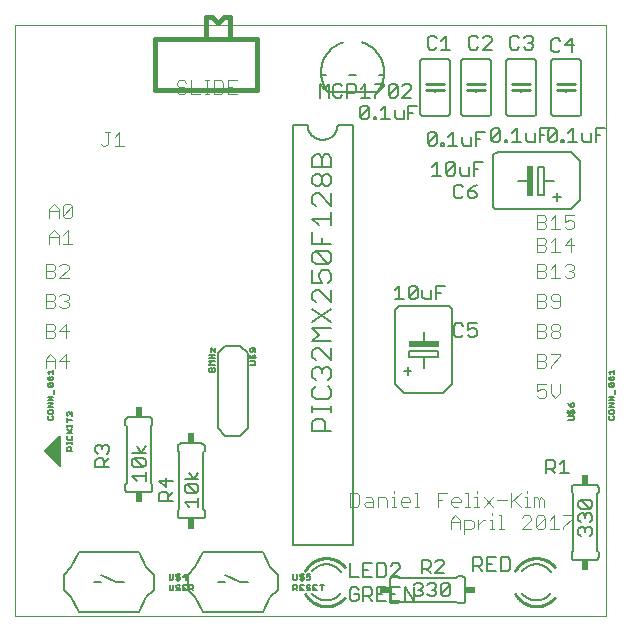
<source format=gto>
G75*
%MOIN*%
%OFA0B0*%
%FSLAX25Y25*%
%IPPOS*%
%LPD*%
%AMOC8*
5,1,8,0,0,1.08239X$1,22.5*
%
%ADD10C,0.00000*%
%ADD11C,0.00400*%
%ADD12C,0.00600*%
%ADD13C,0.01000*%
%ADD14C,0.00500*%
%ADD15R,0.10000X0.02000*%
%ADD16R,0.02000X0.10000*%
%ADD17R,0.02400X0.03400*%
%ADD18R,0.03400X0.02400*%
%ADD19C,0.01600*%
%ADD20C,0.00800*%
%ADD21C,0.00700*%
D10*
X0001800Y0001800D02*
X0001800Y0198650D01*
X0198650Y0198650D01*
X0198650Y0001800D01*
X0001800Y0001800D01*
D11*
X0012000Y0084500D02*
X0012000Y0087569D01*
X0013535Y0089104D01*
X0015069Y0087569D01*
X0015069Y0084500D01*
X0015069Y0086802D02*
X0012000Y0086802D01*
X0016604Y0086802D02*
X0019673Y0086802D01*
X0018906Y0084500D02*
X0018906Y0089104D01*
X0016604Y0086802D01*
X0018906Y0094500D02*
X0018906Y0099104D01*
X0016604Y0096802D01*
X0019673Y0096802D01*
X0015069Y0097569D02*
X0014302Y0096802D01*
X0012000Y0096802D01*
X0012000Y0094500D02*
X0012000Y0099104D01*
X0014302Y0099104D01*
X0015069Y0098337D01*
X0015069Y0097569D01*
X0014302Y0096802D02*
X0015069Y0096035D01*
X0015069Y0095267D01*
X0014302Y0094500D01*
X0012000Y0094500D01*
X0012000Y0104500D02*
X0014302Y0104500D01*
X0015069Y0105267D01*
X0015069Y0106035D01*
X0014302Y0106802D01*
X0012000Y0106802D01*
X0012000Y0104500D02*
X0012000Y0109104D01*
X0014302Y0109104D01*
X0015069Y0108337D01*
X0015069Y0107569D01*
X0014302Y0106802D01*
X0016604Y0108337D02*
X0017371Y0109104D01*
X0018906Y0109104D01*
X0019673Y0108337D01*
X0019673Y0107569D01*
X0018906Y0106802D01*
X0019673Y0106035D01*
X0019673Y0105267D01*
X0018906Y0104500D01*
X0017371Y0104500D01*
X0016604Y0105267D01*
X0018139Y0106802D02*
X0018906Y0106802D01*
X0019673Y0114500D02*
X0016604Y0114500D01*
X0019673Y0117569D01*
X0019673Y0118337D01*
X0018906Y0119104D01*
X0017371Y0119104D01*
X0016604Y0118337D01*
X0015069Y0118337D02*
X0015069Y0117569D01*
X0014302Y0116802D01*
X0012000Y0116802D01*
X0012000Y0114500D02*
X0012000Y0119104D01*
X0014302Y0119104D01*
X0015069Y0118337D01*
X0014302Y0116802D02*
X0015069Y0116035D01*
X0015069Y0115267D01*
X0014302Y0114500D01*
X0012000Y0114500D01*
X0013250Y0125750D02*
X0013250Y0128819D01*
X0014785Y0130354D01*
X0016319Y0128819D01*
X0016319Y0125750D01*
X0017854Y0125750D02*
X0020923Y0125750D01*
X0019389Y0125750D02*
X0019389Y0130354D01*
X0017854Y0128819D01*
X0016319Y0128052D02*
X0013250Y0128052D01*
X0013250Y0134500D02*
X0013250Y0137569D01*
X0014785Y0139104D01*
X0016319Y0137569D01*
X0016319Y0134500D01*
X0017854Y0135267D02*
X0020923Y0138337D01*
X0020923Y0135267D01*
X0020156Y0134500D01*
X0018621Y0134500D01*
X0017854Y0135267D01*
X0017854Y0138337D01*
X0018621Y0139104D01*
X0020156Y0139104D01*
X0020923Y0138337D01*
X0016319Y0136802D02*
X0013250Y0136802D01*
X0031173Y0158457D02*
X0030406Y0159224D01*
X0031173Y0158457D02*
X0031940Y0158457D01*
X0032707Y0159224D01*
X0032707Y0163061D01*
X0031940Y0163061D02*
X0033475Y0163061D01*
X0035009Y0161526D02*
X0036544Y0163061D01*
X0036544Y0158457D01*
X0035009Y0158457D02*
X0038079Y0158457D01*
X0055750Y0176517D02*
X0056517Y0175750D01*
X0058052Y0175750D01*
X0058819Y0176517D01*
X0058819Y0177285D01*
X0058052Y0178052D01*
X0056517Y0178052D01*
X0055750Y0178819D01*
X0055750Y0179587D01*
X0056517Y0180354D01*
X0058052Y0180354D01*
X0058819Y0179587D01*
X0060354Y0180354D02*
X0060354Y0175750D01*
X0063423Y0175750D01*
X0064958Y0175750D02*
X0066492Y0175750D01*
X0065725Y0175750D02*
X0065725Y0180354D01*
X0064958Y0180354D02*
X0066492Y0180354D01*
X0068027Y0180354D02*
X0070329Y0180354D01*
X0071096Y0179587D01*
X0071096Y0176517D01*
X0070329Y0175750D01*
X0068027Y0175750D01*
X0068027Y0180354D01*
X0072631Y0180354D02*
X0072631Y0175750D01*
X0075700Y0175750D01*
X0074166Y0178052D02*
X0072631Y0178052D01*
X0072631Y0180354D02*
X0075700Y0180354D01*
X0175750Y0135354D02*
X0175750Y0130750D01*
X0178052Y0130750D01*
X0178819Y0131517D01*
X0178819Y0132285D01*
X0178052Y0133052D01*
X0175750Y0133052D01*
X0175750Y0135354D02*
X0178052Y0135354D01*
X0178819Y0134587D01*
X0178819Y0133819D01*
X0178052Y0133052D01*
X0180354Y0133819D02*
X0181889Y0135354D01*
X0181889Y0130750D01*
X0183423Y0130750D02*
X0180354Y0130750D01*
X0181889Y0127854D02*
X0181889Y0123250D01*
X0183423Y0123250D02*
X0180354Y0123250D01*
X0178819Y0124017D02*
X0178052Y0123250D01*
X0175750Y0123250D01*
X0175750Y0127854D01*
X0178052Y0127854D01*
X0178819Y0127087D01*
X0178819Y0126319D01*
X0178052Y0125552D01*
X0175750Y0125552D01*
X0178052Y0125552D02*
X0178819Y0124785D01*
X0178819Y0124017D01*
X0180354Y0126319D02*
X0181889Y0127854D01*
X0184958Y0125552D02*
X0188027Y0125552D01*
X0187260Y0123250D02*
X0187260Y0127854D01*
X0184958Y0125552D01*
X0185725Y0130750D02*
X0184958Y0131517D01*
X0185725Y0130750D02*
X0187260Y0130750D01*
X0188027Y0131517D01*
X0188027Y0133052D01*
X0187260Y0133819D01*
X0186492Y0133819D01*
X0184958Y0133052D01*
X0184958Y0135354D01*
X0188027Y0135354D01*
X0187260Y0119104D02*
X0185725Y0119104D01*
X0184958Y0118337D01*
X0186492Y0116802D02*
X0187260Y0116802D01*
X0188027Y0116035D01*
X0188027Y0115267D01*
X0187260Y0114500D01*
X0185725Y0114500D01*
X0184958Y0115267D01*
X0183423Y0114500D02*
X0180354Y0114500D01*
X0181889Y0114500D02*
X0181889Y0119104D01*
X0180354Y0117569D01*
X0178819Y0117569D02*
X0178819Y0118337D01*
X0178052Y0119104D01*
X0175750Y0119104D01*
X0175750Y0114500D01*
X0178052Y0114500D01*
X0178819Y0115267D01*
X0178819Y0116035D01*
X0178052Y0116802D01*
X0175750Y0116802D01*
X0178052Y0116802D02*
X0178819Y0117569D01*
X0187260Y0116802D02*
X0188027Y0117569D01*
X0188027Y0118337D01*
X0187260Y0119104D01*
X0182656Y0109104D02*
X0181121Y0109104D01*
X0180354Y0108337D01*
X0180354Y0107569D01*
X0181121Y0106802D01*
X0183423Y0106802D01*
X0183423Y0105267D02*
X0183423Y0108337D01*
X0182656Y0109104D01*
X0183423Y0105267D02*
X0182656Y0104500D01*
X0181121Y0104500D01*
X0180354Y0105267D01*
X0178819Y0105267D02*
X0178819Y0106035D01*
X0178052Y0106802D01*
X0175750Y0106802D01*
X0175750Y0104500D02*
X0175750Y0109104D01*
X0178052Y0109104D01*
X0178819Y0108337D01*
X0178819Y0107569D01*
X0178052Y0106802D01*
X0178819Y0105267D02*
X0178052Y0104500D01*
X0175750Y0104500D01*
X0175750Y0099104D02*
X0178052Y0099104D01*
X0178819Y0098337D01*
X0178819Y0097569D01*
X0178052Y0096802D01*
X0175750Y0096802D01*
X0175750Y0094500D02*
X0175750Y0099104D01*
X0178052Y0096802D02*
X0178819Y0096035D01*
X0178819Y0095267D01*
X0178052Y0094500D01*
X0175750Y0094500D01*
X0180354Y0095267D02*
X0180354Y0096035D01*
X0181121Y0096802D01*
X0182656Y0096802D01*
X0183423Y0096035D01*
X0183423Y0095267D01*
X0182656Y0094500D01*
X0181121Y0094500D01*
X0180354Y0095267D01*
X0181121Y0096802D02*
X0180354Y0097569D01*
X0180354Y0098337D01*
X0181121Y0099104D01*
X0182656Y0099104D01*
X0183423Y0098337D01*
X0183423Y0097569D01*
X0182656Y0096802D01*
X0183423Y0089104D02*
X0180354Y0089104D01*
X0178819Y0088337D02*
X0178819Y0087569D01*
X0178052Y0086802D01*
X0175750Y0086802D01*
X0175750Y0084500D02*
X0175750Y0089104D01*
X0178052Y0089104D01*
X0178819Y0088337D01*
X0178052Y0086802D02*
X0178819Y0086035D01*
X0178819Y0085267D01*
X0178052Y0084500D01*
X0175750Y0084500D01*
X0180354Y0084500D02*
X0180354Y0085267D01*
X0183423Y0088337D01*
X0183423Y0089104D01*
X0183423Y0079104D02*
X0183423Y0076035D01*
X0181889Y0074500D01*
X0180354Y0076035D01*
X0180354Y0079104D01*
X0178819Y0079104D02*
X0175750Y0079104D01*
X0175750Y0076802D01*
X0177285Y0077569D01*
X0178052Y0077569D01*
X0178819Y0076802D01*
X0178819Y0075267D01*
X0178052Y0074500D01*
X0176517Y0074500D01*
X0175750Y0075267D01*
X0172594Y0043621D02*
X0172594Y0042854D01*
X0172594Y0041319D02*
X0171827Y0041319D01*
X0172594Y0041319D02*
X0172594Y0038250D01*
X0171827Y0038250D02*
X0173361Y0038250D01*
X0174896Y0038250D02*
X0174896Y0041319D01*
X0175663Y0041319D01*
X0176431Y0040552D01*
X0177198Y0041319D01*
X0177965Y0040552D01*
X0177965Y0038250D01*
X0176431Y0038250D02*
X0176431Y0040552D01*
X0176158Y0035354D02*
X0175391Y0034587D01*
X0175391Y0031517D01*
X0178460Y0034587D01*
X0178460Y0031517D01*
X0177693Y0030750D01*
X0176158Y0030750D01*
X0175391Y0031517D01*
X0173856Y0030750D02*
X0170787Y0030750D01*
X0173856Y0033819D01*
X0173856Y0034587D01*
X0173089Y0035354D01*
X0171554Y0035354D01*
X0170787Y0034587D01*
X0170292Y0038250D02*
X0167990Y0040552D01*
X0167223Y0039785D02*
X0170292Y0042854D01*
X0167223Y0042854D02*
X0167223Y0038250D01*
X0165688Y0040552D02*
X0162619Y0040552D01*
X0161084Y0041319D02*
X0158015Y0038250D01*
X0156480Y0038250D02*
X0154946Y0038250D01*
X0155713Y0038250D02*
X0155713Y0041319D01*
X0154946Y0041319D01*
X0155713Y0042854D02*
X0155713Y0043621D01*
X0158015Y0041319D02*
X0161084Y0038250D01*
X0160812Y0036121D02*
X0160812Y0035354D01*
X0160812Y0033819D02*
X0160812Y0030750D01*
X0161579Y0030750D02*
X0160044Y0030750D01*
X0160044Y0033819D02*
X0160812Y0033819D01*
X0158510Y0033819D02*
X0157742Y0033819D01*
X0156208Y0032285D01*
X0156208Y0033819D02*
X0156208Y0030750D01*
X0154673Y0031517D02*
X0154673Y0033052D01*
X0153906Y0033819D01*
X0151604Y0033819D01*
X0151604Y0029215D01*
X0151604Y0030750D02*
X0153906Y0030750D01*
X0154673Y0031517D01*
X0150069Y0030750D02*
X0150069Y0033819D01*
X0148535Y0035354D01*
X0147000Y0033819D01*
X0147000Y0030750D01*
X0147000Y0033052D02*
X0150069Y0033052D01*
X0149574Y0038250D02*
X0148040Y0038250D01*
X0147272Y0039017D01*
X0147272Y0040552D01*
X0148040Y0041319D01*
X0149574Y0041319D01*
X0150342Y0040552D01*
X0150342Y0039785D01*
X0147272Y0039785D01*
X0144203Y0040552D02*
X0142668Y0040552D01*
X0142668Y0038250D02*
X0142668Y0042854D01*
X0145738Y0042854D01*
X0151876Y0042854D02*
X0152644Y0042854D01*
X0152644Y0038250D01*
X0153411Y0038250D02*
X0151876Y0038250D01*
X0163114Y0035354D02*
X0163881Y0035354D01*
X0163881Y0030750D01*
X0163114Y0030750D02*
X0164648Y0030750D01*
X0176158Y0035354D02*
X0177693Y0035354D01*
X0178460Y0034587D01*
X0179995Y0033819D02*
X0181529Y0035354D01*
X0181529Y0030750D01*
X0179995Y0030750D02*
X0183064Y0030750D01*
X0184599Y0030750D02*
X0184599Y0031517D01*
X0187668Y0034587D01*
X0187668Y0035354D01*
X0184599Y0035354D01*
X0136530Y0038250D02*
X0134995Y0038250D01*
X0135763Y0038250D02*
X0135763Y0042854D01*
X0134995Y0042854D01*
X0132693Y0041319D02*
X0133461Y0040552D01*
X0133461Y0039785D01*
X0130391Y0039785D01*
X0130391Y0040552D02*
X0131159Y0041319D01*
X0132693Y0041319D01*
X0130391Y0040552D02*
X0130391Y0039017D01*
X0131159Y0038250D01*
X0132693Y0038250D01*
X0128857Y0038250D02*
X0127322Y0038250D01*
X0128089Y0038250D02*
X0128089Y0041319D01*
X0127322Y0041319D01*
X0125787Y0040552D02*
X0125787Y0038250D01*
X0125787Y0040552D02*
X0125020Y0041319D01*
X0122718Y0041319D01*
X0122718Y0038250D01*
X0121183Y0038250D02*
X0118882Y0038250D01*
X0118114Y0039017D01*
X0118882Y0039785D01*
X0121183Y0039785D01*
X0121183Y0040552D02*
X0121183Y0038250D01*
X0121183Y0040552D02*
X0120416Y0041319D01*
X0118882Y0041319D01*
X0116580Y0042087D02*
X0116580Y0039017D01*
X0115812Y0038250D01*
X0113510Y0038250D01*
X0113510Y0042854D01*
X0115812Y0042854D01*
X0116580Y0042087D01*
X0128089Y0042854D02*
X0128089Y0043621D01*
D12*
X0114300Y0025550D02*
X0114300Y0165550D01*
X0109300Y0165550D01*
X0109298Y0165410D01*
X0109292Y0165270D01*
X0109282Y0165130D01*
X0109269Y0164990D01*
X0109251Y0164851D01*
X0109229Y0164712D01*
X0109204Y0164575D01*
X0109175Y0164437D01*
X0109142Y0164301D01*
X0109105Y0164166D01*
X0109064Y0164032D01*
X0109019Y0163899D01*
X0108971Y0163767D01*
X0108919Y0163637D01*
X0108864Y0163508D01*
X0108805Y0163381D01*
X0108742Y0163255D01*
X0108676Y0163131D01*
X0108607Y0163010D01*
X0108534Y0162890D01*
X0108457Y0162772D01*
X0108378Y0162657D01*
X0108295Y0162543D01*
X0108209Y0162433D01*
X0108120Y0162324D01*
X0108028Y0162218D01*
X0107933Y0162115D01*
X0107836Y0162014D01*
X0107735Y0161917D01*
X0107632Y0161822D01*
X0107526Y0161730D01*
X0107417Y0161641D01*
X0107307Y0161555D01*
X0107193Y0161472D01*
X0107078Y0161393D01*
X0106960Y0161316D01*
X0106840Y0161243D01*
X0106719Y0161174D01*
X0106595Y0161108D01*
X0106469Y0161045D01*
X0106342Y0160986D01*
X0106213Y0160931D01*
X0106083Y0160879D01*
X0105951Y0160831D01*
X0105818Y0160786D01*
X0105684Y0160745D01*
X0105549Y0160708D01*
X0105413Y0160675D01*
X0105275Y0160646D01*
X0105138Y0160621D01*
X0104999Y0160599D01*
X0104860Y0160581D01*
X0104720Y0160568D01*
X0104580Y0160558D01*
X0104440Y0160552D01*
X0104300Y0160550D01*
X0104160Y0160552D01*
X0104020Y0160558D01*
X0103880Y0160568D01*
X0103740Y0160581D01*
X0103601Y0160599D01*
X0103462Y0160621D01*
X0103325Y0160646D01*
X0103187Y0160675D01*
X0103051Y0160708D01*
X0102916Y0160745D01*
X0102782Y0160786D01*
X0102649Y0160831D01*
X0102517Y0160879D01*
X0102387Y0160931D01*
X0102258Y0160986D01*
X0102131Y0161045D01*
X0102005Y0161108D01*
X0101881Y0161174D01*
X0101760Y0161243D01*
X0101640Y0161316D01*
X0101522Y0161393D01*
X0101407Y0161472D01*
X0101293Y0161555D01*
X0101183Y0161641D01*
X0101074Y0161730D01*
X0100968Y0161822D01*
X0100865Y0161917D01*
X0100764Y0162014D01*
X0100667Y0162115D01*
X0100572Y0162218D01*
X0100480Y0162324D01*
X0100391Y0162433D01*
X0100305Y0162543D01*
X0100222Y0162657D01*
X0100143Y0162772D01*
X0100066Y0162890D01*
X0099993Y0163010D01*
X0099924Y0163131D01*
X0099858Y0163255D01*
X0099795Y0163381D01*
X0099736Y0163508D01*
X0099681Y0163637D01*
X0099629Y0163767D01*
X0099581Y0163899D01*
X0099536Y0164032D01*
X0099495Y0164166D01*
X0099458Y0164301D01*
X0099425Y0164437D01*
X0099396Y0164575D01*
X0099371Y0164712D01*
X0099349Y0164851D01*
X0099331Y0164990D01*
X0099318Y0165130D01*
X0099308Y0165270D01*
X0099302Y0165410D01*
X0099300Y0165550D01*
X0094300Y0165550D01*
X0094300Y0165050D02*
X0094300Y0025550D01*
X0114300Y0025550D01*
X0105550Y0007050D02*
X0105398Y0007052D01*
X0105247Y0007058D01*
X0105096Y0007067D01*
X0104944Y0007081D01*
X0104794Y0007098D01*
X0104644Y0007119D01*
X0104494Y0007144D01*
X0104345Y0007172D01*
X0104197Y0007205D01*
X0104050Y0007241D01*
X0103903Y0007280D01*
X0103758Y0007324D01*
X0103614Y0007371D01*
X0103471Y0007422D01*
X0103330Y0007476D01*
X0103189Y0007534D01*
X0103051Y0007595D01*
X0102914Y0007660D01*
X0102778Y0007729D01*
X0102645Y0007800D01*
X0102513Y0007875D01*
X0102383Y0007954D01*
X0102256Y0008035D01*
X0102130Y0008120D01*
X0102006Y0008208D01*
X0101885Y0008299D01*
X0101766Y0008393D01*
X0101650Y0008491D01*
X0101536Y0008591D01*
X0101424Y0008693D01*
X0101316Y0008799D01*
X0101210Y0008907D01*
X0101106Y0009018D01*
X0101006Y0009132D01*
X0100908Y0009248D01*
X0100814Y0009367D01*
X0105550Y0019050D02*
X0105704Y0019048D01*
X0105858Y0019042D01*
X0106012Y0019032D01*
X0106166Y0019018D01*
X0106319Y0019001D01*
X0106471Y0018979D01*
X0106623Y0018953D01*
X0106775Y0018924D01*
X0106925Y0018890D01*
X0107075Y0018853D01*
X0107223Y0018812D01*
X0107371Y0018767D01*
X0107517Y0018718D01*
X0107662Y0018666D01*
X0107805Y0018610D01*
X0107948Y0018550D01*
X0108088Y0018487D01*
X0108227Y0018420D01*
X0108364Y0018349D01*
X0108499Y0018275D01*
X0108632Y0018198D01*
X0108764Y0018117D01*
X0108893Y0018033D01*
X0109020Y0017945D01*
X0109144Y0017854D01*
X0109266Y0017761D01*
X0109386Y0017663D01*
X0109503Y0017563D01*
X0109618Y0017460D01*
X0109730Y0017354D01*
X0109839Y0017246D01*
X0109945Y0017134D01*
X0110049Y0017020D01*
X0110149Y0016903D01*
X0110247Y0016784D01*
X0110341Y0016662D01*
X0110432Y0016537D01*
X0105550Y0019050D02*
X0105400Y0019048D01*
X0105249Y0019042D01*
X0105099Y0019033D01*
X0104950Y0019020D01*
X0104800Y0019003D01*
X0104651Y0018982D01*
X0104503Y0018958D01*
X0104355Y0018930D01*
X0104208Y0018898D01*
X0104062Y0018863D01*
X0103917Y0018823D01*
X0103773Y0018781D01*
X0103630Y0018734D01*
X0103488Y0018684D01*
X0103347Y0018631D01*
X0103208Y0018574D01*
X0103070Y0018514D01*
X0102934Y0018450D01*
X0102800Y0018383D01*
X0102667Y0018312D01*
X0102536Y0018238D01*
X0102407Y0018161D01*
X0102280Y0018080D01*
X0102155Y0017997D01*
X0102032Y0017910D01*
X0101911Y0017821D01*
X0101793Y0017728D01*
X0101677Y0017632D01*
X0101563Y0017534D01*
X0101452Y0017433D01*
X0101343Y0017328D01*
X0101238Y0017222D01*
X0101134Y0017112D01*
X0101034Y0017000D01*
X0100936Y0016886D01*
X0100842Y0016769D01*
X0100750Y0016650D01*
X0105550Y0007050D02*
X0105702Y0007052D01*
X0105853Y0007058D01*
X0106004Y0007067D01*
X0106156Y0007081D01*
X0106306Y0007098D01*
X0106456Y0007119D01*
X0106606Y0007144D01*
X0106755Y0007172D01*
X0106903Y0007205D01*
X0107050Y0007241D01*
X0107197Y0007280D01*
X0107342Y0007324D01*
X0107486Y0007371D01*
X0107629Y0007422D01*
X0107770Y0007476D01*
X0107911Y0007534D01*
X0108049Y0007595D01*
X0108186Y0007660D01*
X0108322Y0007729D01*
X0108455Y0007800D01*
X0108587Y0007875D01*
X0108717Y0007954D01*
X0108844Y0008035D01*
X0108970Y0008120D01*
X0109094Y0008208D01*
X0109215Y0008299D01*
X0109334Y0008393D01*
X0109450Y0008491D01*
X0109564Y0008591D01*
X0109676Y0008693D01*
X0109784Y0008799D01*
X0109890Y0008907D01*
X0109994Y0009018D01*
X0110094Y0009132D01*
X0110192Y0009248D01*
X0110286Y0009367D01*
X0126800Y0007050D02*
X0126800Y0014050D01*
X0126802Y0014110D01*
X0126807Y0014171D01*
X0126816Y0014230D01*
X0126829Y0014289D01*
X0126845Y0014348D01*
X0126865Y0014405D01*
X0126888Y0014460D01*
X0126915Y0014515D01*
X0126944Y0014567D01*
X0126977Y0014618D01*
X0127013Y0014667D01*
X0127051Y0014713D01*
X0127093Y0014757D01*
X0127137Y0014799D01*
X0127183Y0014837D01*
X0127232Y0014873D01*
X0127283Y0014906D01*
X0127335Y0014935D01*
X0127390Y0014962D01*
X0127445Y0014985D01*
X0127502Y0015005D01*
X0127561Y0015021D01*
X0127620Y0015034D01*
X0127679Y0015043D01*
X0127740Y0015048D01*
X0127800Y0015050D01*
X0129300Y0015050D01*
X0129800Y0014550D01*
X0148800Y0014550D01*
X0149300Y0015050D01*
X0150800Y0015050D01*
X0150860Y0015048D01*
X0150921Y0015043D01*
X0150980Y0015034D01*
X0151039Y0015021D01*
X0151098Y0015005D01*
X0151155Y0014985D01*
X0151210Y0014962D01*
X0151265Y0014935D01*
X0151317Y0014906D01*
X0151368Y0014873D01*
X0151417Y0014837D01*
X0151463Y0014799D01*
X0151507Y0014757D01*
X0151549Y0014713D01*
X0151587Y0014667D01*
X0151623Y0014618D01*
X0151656Y0014567D01*
X0151685Y0014515D01*
X0151712Y0014460D01*
X0151735Y0014405D01*
X0151755Y0014348D01*
X0151771Y0014289D01*
X0151784Y0014230D01*
X0151793Y0014171D01*
X0151798Y0014110D01*
X0151800Y0014050D01*
X0151800Y0007050D01*
X0151798Y0006990D01*
X0151793Y0006929D01*
X0151784Y0006870D01*
X0151771Y0006811D01*
X0151755Y0006752D01*
X0151735Y0006695D01*
X0151712Y0006640D01*
X0151685Y0006585D01*
X0151656Y0006533D01*
X0151623Y0006482D01*
X0151587Y0006433D01*
X0151549Y0006387D01*
X0151507Y0006343D01*
X0151463Y0006301D01*
X0151417Y0006263D01*
X0151368Y0006227D01*
X0151317Y0006194D01*
X0151265Y0006165D01*
X0151210Y0006138D01*
X0151155Y0006115D01*
X0151098Y0006095D01*
X0151039Y0006079D01*
X0150980Y0006066D01*
X0150921Y0006057D01*
X0150860Y0006052D01*
X0150800Y0006050D01*
X0149300Y0006050D01*
X0148800Y0006550D01*
X0129800Y0006550D01*
X0129300Y0006050D01*
X0127800Y0006050D01*
X0127740Y0006052D01*
X0127679Y0006057D01*
X0127620Y0006066D01*
X0127561Y0006079D01*
X0127502Y0006095D01*
X0127445Y0006115D01*
X0127390Y0006138D01*
X0127335Y0006165D01*
X0127283Y0006194D01*
X0127232Y0006227D01*
X0127183Y0006263D01*
X0127137Y0006301D01*
X0127093Y0006343D01*
X0127051Y0006387D01*
X0127013Y0006433D01*
X0126977Y0006482D01*
X0126944Y0006533D01*
X0126915Y0006585D01*
X0126888Y0006640D01*
X0126865Y0006695D01*
X0126845Y0006752D01*
X0126829Y0006811D01*
X0126816Y0006870D01*
X0126807Y0006929D01*
X0126802Y0006990D01*
X0126800Y0007050D01*
X0175550Y0019050D02*
X0175704Y0019048D01*
X0175858Y0019042D01*
X0176012Y0019032D01*
X0176166Y0019018D01*
X0176319Y0019001D01*
X0176471Y0018979D01*
X0176623Y0018953D01*
X0176775Y0018924D01*
X0176925Y0018890D01*
X0177075Y0018853D01*
X0177223Y0018812D01*
X0177371Y0018767D01*
X0177517Y0018718D01*
X0177662Y0018666D01*
X0177805Y0018610D01*
X0177948Y0018550D01*
X0178088Y0018487D01*
X0178227Y0018420D01*
X0178364Y0018349D01*
X0178499Y0018275D01*
X0178632Y0018198D01*
X0178764Y0018117D01*
X0178893Y0018033D01*
X0179020Y0017945D01*
X0179144Y0017854D01*
X0179266Y0017761D01*
X0179386Y0017663D01*
X0179503Y0017563D01*
X0179618Y0017460D01*
X0179730Y0017354D01*
X0179839Y0017246D01*
X0179945Y0017134D01*
X0180049Y0017020D01*
X0180149Y0016903D01*
X0180247Y0016784D01*
X0180341Y0016662D01*
X0180432Y0016537D01*
X0175550Y0007050D02*
X0175398Y0007052D01*
X0175247Y0007058D01*
X0175096Y0007067D01*
X0174944Y0007081D01*
X0174794Y0007098D01*
X0174644Y0007119D01*
X0174494Y0007144D01*
X0174345Y0007172D01*
X0174197Y0007205D01*
X0174050Y0007241D01*
X0173903Y0007280D01*
X0173758Y0007324D01*
X0173614Y0007371D01*
X0173471Y0007422D01*
X0173330Y0007476D01*
X0173189Y0007534D01*
X0173051Y0007595D01*
X0172914Y0007660D01*
X0172778Y0007729D01*
X0172645Y0007800D01*
X0172513Y0007875D01*
X0172383Y0007954D01*
X0172256Y0008035D01*
X0172130Y0008120D01*
X0172006Y0008208D01*
X0171885Y0008299D01*
X0171766Y0008393D01*
X0171650Y0008491D01*
X0171536Y0008591D01*
X0171424Y0008693D01*
X0171316Y0008799D01*
X0171210Y0008907D01*
X0171106Y0009018D01*
X0171006Y0009132D01*
X0170908Y0009248D01*
X0170814Y0009367D01*
X0175550Y0007050D02*
X0175702Y0007052D01*
X0175853Y0007058D01*
X0176004Y0007067D01*
X0176156Y0007081D01*
X0176306Y0007098D01*
X0176456Y0007119D01*
X0176606Y0007144D01*
X0176755Y0007172D01*
X0176903Y0007205D01*
X0177050Y0007241D01*
X0177197Y0007280D01*
X0177342Y0007324D01*
X0177486Y0007371D01*
X0177629Y0007422D01*
X0177770Y0007476D01*
X0177911Y0007534D01*
X0178049Y0007595D01*
X0178186Y0007660D01*
X0178322Y0007729D01*
X0178455Y0007800D01*
X0178587Y0007875D01*
X0178717Y0007954D01*
X0178844Y0008035D01*
X0178970Y0008120D01*
X0179094Y0008208D01*
X0179215Y0008299D01*
X0179334Y0008393D01*
X0179450Y0008491D01*
X0179564Y0008591D01*
X0179676Y0008693D01*
X0179784Y0008799D01*
X0179890Y0008907D01*
X0179994Y0009018D01*
X0180094Y0009132D01*
X0180192Y0009248D01*
X0180286Y0009367D01*
X0175550Y0019050D02*
X0175400Y0019048D01*
X0175249Y0019042D01*
X0175099Y0019033D01*
X0174950Y0019020D01*
X0174800Y0019003D01*
X0174651Y0018982D01*
X0174503Y0018958D01*
X0174355Y0018930D01*
X0174208Y0018898D01*
X0174062Y0018863D01*
X0173917Y0018823D01*
X0173773Y0018781D01*
X0173630Y0018734D01*
X0173488Y0018684D01*
X0173347Y0018631D01*
X0173208Y0018574D01*
X0173070Y0018514D01*
X0172934Y0018450D01*
X0172800Y0018383D01*
X0172667Y0018312D01*
X0172536Y0018238D01*
X0172407Y0018161D01*
X0172280Y0018080D01*
X0172155Y0017997D01*
X0172032Y0017910D01*
X0171911Y0017821D01*
X0171793Y0017728D01*
X0171677Y0017632D01*
X0171563Y0017534D01*
X0171452Y0017433D01*
X0171343Y0017328D01*
X0171238Y0017222D01*
X0171134Y0017112D01*
X0171034Y0017000D01*
X0170936Y0016886D01*
X0170842Y0016769D01*
X0170750Y0016650D01*
X0187300Y0021550D02*
X0187300Y0023050D01*
X0187800Y0023550D01*
X0187800Y0042550D01*
X0187300Y0043050D01*
X0187300Y0044550D01*
X0187302Y0044610D01*
X0187307Y0044671D01*
X0187316Y0044730D01*
X0187329Y0044789D01*
X0187345Y0044848D01*
X0187365Y0044905D01*
X0187388Y0044960D01*
X0187415Y0045015D01*
X0187444Y0045067D01*
X0187477Y0045118D01*
X0187513Y0045167D01*
X0187551Y0045213D01*
X0187593Y0045257D01*
X0187637Y0045299D01*
X0187683Y0045337D01*
X0187732Y0045373D01*
X0187783Y0045406D01*
X0187835Y0045435D01*
X0187890Y0045462D01*
X0187945Y0045485D01*
X0188002Y0045505D01*
X0188061Y0045521D01*
X0188120Y0045534D01*
X0188179Y0045543D01*
X0188240Y0045548D01*
X0188300Y0045550D01*
X0195300Y0045550D01*
X0195360Y0045548D01*
X0195421Y0045543D01*
X0195480Y0045534D01*
X0195539Y0045521D01*
X0195598Y0045505D01*
X0195655Y0045485D01*
X0195710Y0045462D01*
X0195765Y0045435D01*
X0195817Y0045406D01*
X0195868Y0045373D01*
X0195917Y0045337D01*
X0195963Y0045299D01*
X0196007Y0045257D01*
X0196049Y0045213D01*
X0196087Y0045167D01*
X0196123Y0045118D01*
X0196156Y0045067D01*
X0196185Y0045015D01*
X0196212Y0044960D01*
X0196235Y0044905D01*
X0196255Y0044848D01*
X0196271Y0044789D01*
X0196284Y0044730D01*
X0196293Y0044671D01*
X0196298Y0044610D01*
X0196300Y0044550D01*
X0196300Y0043050D01*
X0195800Y0042550D01*
X0195800Y0023550D01*
X0196300Y0023050D01*
X0196300Y0021550D01*
X0196298Y0021490D01*
X0196293Y0021429D01*
X0196284Y0021370D01*
X0196271Y0021311D01*
X0196255Y0021252D01*
X0196235Y0021195D01*
X0196212Y0021140D01*
X0196185Y0021085D01*
X0196156Y0021033D01*
X0196123Y0020982D01*
X0196087Y0020933D01*
X0196049Y0020887D01*
X0196007Y0020843D01*
X0195963Y0020801D01*
X0195917Y0020763D01*
X0195868Y0020727D01*
X0195817Y0020694D01*
X0195765Y0020665D01*
X0195710Y0020638D01*
X0195655Y0020615D01*
X0195598Y0020595D01*
X0195539Y0020579D01*
X0195480Y0020566D01*
X0195421Y0020557D01*
X0195360Y0020552D01*
X0195300Y0020550D01*
X0188300Y0020550D01*
X0188240Y0020552D01*
X0188179Y0020557D01*
X0188120Y0020566D01*
X0188061Y0020579D01*
X0188002Y0020595D01*
X0187945Y0020615D01*
X0187890Y0020638D01*
X0187835Y0020665D01*
X0187783Y0020694D01*
X0187732Y0020727D01*
X0187683Y0020763D01*
X0187637Y0020801D01*
X0187593Y0020843D01*
X0187551Y0020887D01*
X0187513Y0020933D01*
X0187477Y0020982D01*
X0187444Y0021033D01*
X0187415Y0021085D01*
X0187388Y0021140D01*
X0187365Y0021195D01*
X0187345Y0021252D01*
X0187329Y0021311D01*
X0187316Y0021370D01*
X0187307Y0021429D01*
X0187302Y0021490D01*
X0187300Y0021550D01*
X0144550Y0076050D02*
X0131550Y0076050D01*
X0128550Y0079050D01*
X0128550Y0103550D01*
X0128552Y0103626D01*
X0128558Y0103702D01*
X0128567Y0103777D01*
X0128581Y0103852D01*
X0128598Y0103926D01*
X0128619Y0103999D01*
X0128643Y0104071D01*
X0128672Y0104142D01*
X0128703Y0104211D01*
X0128738Y0104278D01*
X0128777Y0104343D01*
X0128819Y0104407D01*
X0128864Y0104468D01*
X0128912Y0104527D01*
X0128963Y0104583D01*
X0129017Y0104637D01*
X0129073Y0104688D01*
X0129132Y0104736D01*
X0129193Y0104781D01*
X0129257Y0104823D01*
X0129322Y0104862D01*
X0129389Y0104897D01*
X0129458Y0104928D01*
X0129529Y0104957D01*
X0129601Y0104981D01*
X0129674Y0105002D01*
X0129748Y0105019D01*
X0129823Y0105033D01*
X0129898Y0105042D01*
X0129974Y0105048D01*
X0130050Y0105050D01*
X0146050Y0105050D01*
X0146126Y0105048D01*
X0146202Y0105042D01*
X0146277Y0105033D01*
X0146352Y0105019D01*
X0146426Y0105002D01*
X0146499Y0104981D01*
X0146571Y0104957D01*
X0146642Y0104928D01*
X0146711Y0104897D01*
X0146778Y0104862D01*
X0146843Y0104823D01*
X0146907Y0104781D01*
X0146968Y0104736D01*
X0147027Y0104688D01*
X0147083Y0104637D01*
X0147137Y0104583D01*
X0147188Y0104527D01*
X0147236Y0104468D01*
X0147281Y0104407D01*
X0147323Y0104343D01*
X0147362Y0104278D01*
X0147397Y0104211D01*
X0147428Y0104142D01*
X0147457Y0104071D01*
X0147481Y0103999D01*
X0147502Y0103926D01*
X0147519Y0103852D01*
X0147533Y0103777D01*
X0147542Y0103702D01*
X0147548Y0103626D01*
X0147550Y0103550D01*
X0147550Y0079050D01*
X0144550Y0076050D01*
X0138050Y0084550D02*
X0138050Y0088050D01*
X0133250Y0088050D01*
X0133250Y0090050D01*
X0142850Y0090050D01*
X0142850Y0088050D01*
X0138050Y0088050D01*
X0138050Y0093050D02*
X0138050Y0096550D01*
X0132650Y0084850D02*
X0132650Y0082250D01*
X0131450Y0083550D02*
X0133950Y0083550D01*
X0162550Y0137300D02*
X0187050Y0137300D01*
X0190050Y0140300D01*
X0190050Y0153300D01*
X0187050Y0156300D01*
X0162550Y0156300D01*
X0162474Y0156298D01*
X0162398Y0156292D01*
X0162323Y0156283D01*
X0162248Y0156269D01*
X0162174Y0156252D01*
X0162101Y0156231D01*
X0162029Y0156207D01*
X0161958Y0156178D01*
X0161889Y0156147D01*
X0161822Y0156112D01*
X0161757Y0156073D01*
X0161693Y0156031D01*
X0161632Y0155986D01*
X0161573Y0155938D01*
X0161517Y0155887D01*
X0161463Y0155833D01*
X0161412Y0155777D01*
X0161364Y0155718D01*
X0161319Y0155657D01*
X0161277Y0155593D01*
X0161238Y0155528D01*
X0161203Y0155461D01*
X0161172Y0155392D01*
X0161143Y0155321D01*
X0161119Y0155249D01*
X0161098Y0155176D01*
X0161081Y0155102D01*
X0161067Y0155027D01*
X0161058Y0154952D01*
X0161052Y0154876D01*
X0161050Y0154800D01*
X0161050Y0138800D01*
X0161052Y0138724D01*
X0161058Y0138648D01*
X0161067Y0138573D01*
X0161081Y0138498D01*
X0161098Y0138424D01*
X0161119Y0138351D01*
X0161143Y0138279D01*
X0161172Y0138208D01*
X0161203Y0138139D01*
X0161238Y0138072D01*
X0161277Y0138007D01*
X0161319Y0137943D01*
X0161364Y0137882D01*
X0161412Y0137823D01*
X0161463Y0137767D01*
X0161517Y0137713D01*
X0161573Y0137662D01*
X0161632Y0137614D01*
X0161693Y0137569D01*
X0161757Y0137527D01*
X0161822Y0137488D01*
X0161889Y0137453D01*
X0161958Y0137422D01*
X0162029Y0137393D01*
X0162101Y0137369D01*
X0162174Y0137348D01*
X0162248Y0137331D01*
X0162323Y0137317D01*
X0162398Y0137308D01*
X0162474Y0137302D01*
X0162550Y0137300D01*
X0169550Y0146800D02*
X0173050Y0146800D01*
X0178050Y0146800D02*
X0178050Y0151600D01*
X0176050Y0151600D01*
X0176050Y0142000D01*
X0178050Y0142000D01*
X0178050Y0146800D01*
X0181550Y0146800D01*
X0182550Y0142700D02*
X0182550Y0140200D01*
X0181250Y0141400D02*
X0183850Y0141400D01*
X0181550Y0168550D02*
X0189550Y0168550D01*
X0189610Y0168552D01*
X0189671Y0168557D01*
X0189730Y0168566D01*
X0189789Y0168579D01*
X0189848Y0168595D01*
X0189905Y0168615D01*
X0189960Y0168638D01*
X0190015Y0168665D01*
X0190067Y0168694D01*
X0190118Y0168727D01*
X0190167Y0168763D01*
X0190213Y0168801D01*
X0190257Y0168843D01*
X0190299Y0168887D01*
X0190337Y0168933D01*
X0190373Y0168982D01*
X0190406Y0169033D01*
X0190435Y0169085D01*
X0190462Y0169140D01*
X0190485Y0169195D01*
X0190505Y0169252D01*
X0190521Y0169311D01*
X0190534Y0169370D01*
X0190543Y0169429D01*
X0190548Y0169490D01*
X0190550Y0169550D01*
X0190550Y0186550D01*
X0190548Y0186610D01*
X0190543Y0186671D01*
X0190534Y0186730D01*
X0190521Y0186789D01*
X0190505Y0186848D01*
X0190485Y0186905D01*
X0190462Y0186960D01*
X0190435Y0187015D01*
X0190406Y0187067D01*
X0190373Y0187118D01*
X0190337Y0187167D01*
X0190299Y0187213D01*
X0190257Y0187257D01*
X0190213Y0187299D01*
X0190167Y0187337D01*
X0190118Y0187373D01*
X0190067Y0187406D01*
X0190015Y0187435D01*
X0189960Y0187462D01*
X0189905Y0187485D01*
X0189848Y0187505D01*
X0189789Y0187521D01*
X0189730Y0187534D01*
X0189671Y0187543D01*
X0189610Y0187548D01*
X0189550Y0187550D01*
X0181550Y0187550D01*
X0181490Y0187548D01*
X0181429Y0187543D01*
X0181370Y0187534D01*
X0181311Y0187521D01*
X0181252Y0187505D01*
X0181195Y0187485D01*
X0181140Y0187462D01*
X0181085Y0187435D01*
X0181033Y0187406D01*
X0180982Y0187373D01*
X0180933Y0187337D01*
X0180887Y0187299D01*
X0180843Y0187257D01*
X0180801Y0187213D01*
X0180763Y0187167D01*
X0180727Y0187118D01*
X0180694Y0187067D01*
X0180665Y0187015D01*
X0180638Y0186960D01*
X0180615Y0186905D01*
X0180595Y0186848D01*
X0180579Y0186789D01*
X0180566Y0186730D01*
X0180557Y0186671D01*
X0180552Y0186610D01*
X0180550Y0186550D01*
X0180550Y0169550D01*
X0180552Y0169490D01*
X0180557Y0169429D01*
X0180566Y0169370D01*
X0180579Y0169311D01*
X0180595Y0169252D01*
X0180615Y0169195D01*
X0180638Y0169140D01*
X0180665Y0169085D01*
X0180694Y0169033D01*
X0180727Y0168982D01*
X0180763Y0168933D01*
X0180801Y0168887D01*
X0180843Y0168843D01*
X0180887Y0168801D01*
X0180933Y0168763D01*
X0180982Y0168727D01*
X0181033Y0168694D01*
X0181085Y0168665D01*
X0181140Y0168638D01*
X0181195Y0168615D01*
X0181252Y0168595D01*
X0181311Y0168579D01*
X0181370Y0168566D01*
X0181429Y0168557D01*
X0181490Y0168552D01*
X0181550Y0168550D01*
X0175550Y0169550D02*
X0175550Y0186550D01*
X0175548Y0186610D01*
X0175543Y0186671D01*
X0175534Y0186730D01*
X0175521Y0186789D01*
X0175505Y0186848D01*
X0175485Y0186905D01*
X0175462Y0186960D01*
X0175435Y0187015D01*
X0175406Y0187067D01*
X0175373Y0187118D01*
X0175337Y0187167D01*
X0175299Y0187213D01*
X0175257Y0187257D01*
X0175213Y0187299D01*
X0175167Y0187337D01*
X0175118Y0187373D01*
X0175067Y0187406D01*
X0175015Y0187435D01*
X0174960Y0187462D01*
X0174905Y0187485D01*
X0174848Y0187505D01*
X0174789Y0187521D01*
X0174730Y0187534D01*
X0174671Y0187543D01*
X0174610Y0187548D01*
X0174550Y0187550D01*
X0166550Y0187550D01*
X0166490Y0187548D01*
X0166429Y0187543D01*
X0166370Y0187534D01*
X0166311Y0187521D01*
X0166252Y0187505D01*
X0166195Y0187485D01*
X0166140Y0187462D01*
X0166085Y0187435D01*
X0166033Y0187406D01*
X0165982Y0187373D01*
X0165933Y0187337D01*
X0165887Y0187299D01*
X0165843Y0187257D01*
X0165801Y0187213D01*
X0165763Y0187167D01*
X0165727Y0187118D01*
X0165694Y0187067D01*
X0165665Y0187015D01*
X0165638Y0186960D01*
X0165615Y0186905D01*
X0165595Y0186848D01*
X0165579Y0186789D01*
X0165566Y0186730D01*
X0165557Y0186671D01*
X0165552Y0186610D01*
X0165550Y0186550D01*
X0165550Y0169550D01*
X0165552Y0169490D01*
X0165557Y0169429D01*
X0165566Y0169370D01*
X0165579Y0169311D01*
X0165595Y0169252D01*
X0165615Y0169195D01*
X0165638Y0169140D01*
X0165665Y0169085D01*
X0165694Y0169033D01*
X0165727Y0168982D01*
X0165763Y0168933D01*
X0165801Y0168887D01*
X0165843Y0168843D01*
X0165887Y0168801D01*
X0165933Y0168763D01*
X0165982Y0168727D01*
X0166033Y0168694D01*
X0166085Y0168665D01*
X0166140Y0168638D01*
X0166195Y0168615D01*
X0166252Y0168595D01*
X0166311Y0168579D01*
X0166370Y0168566D01*
X0166429Y0168557D01*
X0166490Y0168552D01*
X0166550Y0168550D01*
X0174550Y0168550D01*
X0174610Y0168552D01*
X0174671Y0168557D01*
X0174730Y0168566D01*
X0174789Y0168579D01*
X0174848Y0168595D01*
X0174905Y0168615D01*
X0174960Y0168638D01*
X0175015Y0168665D01*
X0175067Y0168694D01*
X0175118Y0168727D01*
X0175167Y0168763D01*
X0175213Y0168801D01*
X0175257Y0168843D01*
X0175299Y0168887D01*
X0175337Y0168933D01*
X0175373Y0168982D01*
X0175406Y0169033D01*
X0175435Y0169085D01*
X0175462Y0169140D01*
X0175485Y0169195D01*
X0175505Y0169252D01*
X0175521Y0169311D01*
X0175534Y0169370D01*
X0175543Y0169429D01*
X0175548Y0169490D01*
X0175550Y0169550D01*
X0170550Y0176550D02*
X0170550Y0177050D01*
X0170550Y0179050D02*
X0170550Y0179550D01*
X0160550Y0186550D02*
X0160550Y0169550D01*
X0160548Y0169490D01*
X0160543Y0169429D01*
X0160534Y0169370D01*
X0160521Y0169311D01*
X0160505Y0169252D01*
X0160485Y0169195D01*
X0160462Y0169140D01*
X0160435Y0169085D01*
X0160406Y0169033D01*
X0160373Y0168982D01*
X0160337Y0168933D01*
X0160299Y0168887D01*
X0160257Y0168843D01*
X0160213Y0168801D01*
X0160167Y0168763D01*
X0160118Y0168727D01*
X0160067Y0168694D01*
X0160015Y0168665D01*
X0159960Y0168638D01*
X0159905Y0168615D01*
X0159848Y0168595D01*
X0159789Y0168579D01*
X0159730Y0168566D01*
X0159671Y0168557D01*
X0159610Y0168552D01*
X0159550Y0168550D01*
X0151550Y0168550D01*
X0151490Y0168552D01*
X0151429Y0168557D01*
X0151370Y0168566D01*
X0151311Y0168579D01*
X0151252Y0168595D01*
X0151195Y0168615D01*
X0151140Y0168638D01*
X0151085Y0168665D01*
X0151033Y0168694D01*
X0150982Y0168727D01*
X0150933Y0168763D01*
X0150887Y0168801D01*
X0150843Y0168843D01*
X0150801Y0168887D01*
X0150763Y0168933D01*
X0150727Y0168982D01*
X0150694Y0169033D01*
X0150665Y0169085D01*
X0150638Y0169140D01*
X0150615Y0169195D01*
X0150595Y0169252D01*
X0150579Y0169311D01*
X0150566Y0169370D01*
X0150557Y0169429D01*
X0150552Y0169490D01*
X0150550Y0169550D01*
X0150550Y0186550D01*
X0150552Y0186610D01*
X0150557Y0186671D01*
X0150566Y0186730D01*
X0150579Y0186789D01*
X0150595Y0186848D01*
X0150615Y0186905D01*
X0150638Y0186960D01*
X0150665Y0187015D01*
X0150694Y0187067D01*
X0150727Y0187118D01*
X0150763Y0187167D01*
X0150801Y0187213D01*
X0150843Y0187257D01*
X0150887Y0187299D01*
X0150933Y0187337D01*
X0150982Y0187373D01*
X0151033Y0187406D01*
X0151085Y0187435D01*
X0151140Y0187462D01*
X0151195Y0187485D01*
X0151252Y0187505D01*
X0151311Y0187521D01*
X0151370Y0187534D01*
X0151429Y0187543D01*
X0151490Y0187548D01*
X0151550Y0187550D01*
X0159550Y0187550D01*
X0159610Y0187548D01*
X0159671Y0187543D01*
X0159730Y0187534D01*
X0159789Y0187521D01*
X0159848Y0187505D01*
X0159905Y0187485D01*
X0159960Y0187462D01*
X0160015Y0187435D01*
X0160067Y0187406D01*
X0160118Y0187373D01*
X0160167Y0187337D01*
X0160213Y0187299D01*
X0160257Y0187257D01*
X0160299Y0187213D01*
X0160337Y0187167D01*
X0160373Y0187118D01*
X0160406Y0187067D01*
X0160435Y0187015D01*
X0160462Y0186960D01*
X0160485Y0186905D01*
X0160505Y0186848D01*
X0160521Y0186789D01*
X0160534Y0186730D01*
X0160543Y0186671D01*
X0160548Y0186610D01*
X0160550Y0186550D01*
X0155550Y0179550D02*
X0155550Y0179050D01*
X0155550Y0177050D02*
X0155550Y0176550D01*
X0146800Y0169550D02*
X0146800Y0186550D01*
X0146798Y0186610D01*
X0146793Y0186671D01*
X0146784Y0186730D01*
X0146771Y0186789D01*
X0146755Y0186848D01*
X0146735Y0186905D01*
X0146712Y0186960D01*
X0146685Y0187015D01*
X0146656Y0187067D01*
X0146623Y0187118D01*
X0146587Y0187167D01*
X0146549Y0187213D01*
X0146507Y0187257D01*
X0146463Y0187299D01*
X0146417Y0187337D01*
X0146368Y0187373D01*
X0146317Y0187406D01*
X0146265Y0187435D01*
X0146210Y0187462D01*
X0146155Y0187485D01*
X0146098Y0187505D01*
X0146039Y0187521D01*
X0145980Y0187534D01*
X0145921Y0187543D01*
X0145860Y0187548D01*
X0145800Y0187550D01*
X0137800Y0187550D01*
X0137740Y0187548D01*
X0137679Y0187543D01*
X0137620Y0187534D01*
X0137561Y0187521D01*
X0137502Y0187505D01*
X0137445Y0187485D01*
X0137390Y0187462D01*
X0137335Y0187435D01*
X0137283Y0187406D01*
X0137232Y0187373D01*
X0137183Y0187337D01*
X0137137Y0187299D01*
X0137093Y0187257D01*
X0137051Y0187213D01*
X0137013Y0187167D01*
X0136977Y0187118D01*
X0136944Y0187067D01*
X0136915Y0187015D01*
X0136888Y0186960D01*
X0136865Y0186905D01*
X0136845Y0186848D01*
X0136829Y0186789D01*
X0136816Y0186730D01*
X0136807Y0186671D01*
X0136802Y0186610D01*
X0136800Y0186550D01*
X0136800Y0169550D01*
X0136802Y0169490D01*
X0136807Y0169429D01*
X0136816Y0169370D01*
X0136829Y0169311D01*
X0136845Y0169252D01*
X0136865Y0169195D01*
X0136888Y0169140D01*
X0136915Y0169085D01*
X0136944Y0169033D01*
X0136977Y0168982D01*
X0137013Y0168933D01*
X0137051Y0168887D01*
X0137093Y0168843D01*
X0137137Y0168801D01*
X0137183Y0168763D01*
X0137232Y0168727D01*
X0137283Y0168694D01*
X0137335Y0168665D01*
X0137390Y0168638D01*
X0137445Y0168615D01*
X0137502Y0168595D01*
X0137561Y0168579D01*
X0137620Y0168566D01*
X0137679Y0168557D01*
X0137740Y0168552D01*
X0137800Y0168550D01*
X0145800Y0168550D01*
X0145860Y0168552D01*
X0145921Y0168557D01*
X0145980Y0168566D01*
X0146039Y0168579D01*
X0146098Y0168595D01*
X0146155Y0168615D01*
X0146210Y0168638D01*
X0146265Y0168665D01*
X0146317Y0168694D01*
X0146368Y0168727D01*
X0146417Y0168763D01*
X0146463Y0168801D01*
X0146507Y0168843D01*
X0146549Y0168887D01*
X0146587Y0168933D01*
X0146623Y0168982D01*
X0146656Y0169033D01*
X0146685Y0169085D01*
X0146712Y0169140D01*
X0146735Y0169195D01*
X0146755Y0169252D01*
X0146771Y0169311D01*
X0146784Y0169370D01*
X0146793Y0169429D01*
X0146798Y0169490D01*
X0146800Y0169550D01*
X0141800Y0176550D02*
X0141800Y0177050D01*
X0141800Y0179050D02*
X0141800Y0179550D01*
X0185550Y0179550D02*
X0185550Y0179050D01*
X0185550Y0177050D02*
X0185550Y0176550D01*
X0065050Y0058300D02*
X0065050Y0056800D01*
X0064550Y0056300D01*
X0064550Y0037300D01*
X0065050Y0036800D01*
X0065050Y0035300D01*
X0065048Y0035240D01*
X0065043Y0035179D01*
X0065034Y0035120D01*
X0065021Y0035061D01*
X0065005Y0035002D01*
X0064985Y0034945D01*
X0064962Y0034890D01*
X0064935Y0034835D01*
X0064906Y0034783D01*
X0064873Y0034732D01*
X0064837Y0034683D01*
X0064799Y0034637D01*
X0064757Y0034593D01*
X0064713Y0034551D01*
X0064667Y0034513D01*
X0064618Y0034477D01*
X0064567Y0034444D01*
X0064515Y0034415D01*
X0064460Y0034388D01*
X0064405Y0034365D01*
X0064348Y0034345D01*
X0064289Y0034329D01*
X0064230Y0034316D01*
X0064171Y0034307D01*
X0064110Y0034302D01*
X0064050Y0034300D01*
X0057050Y0034300D01*
X0056990Y0034302D01*
X0056929Y0034307D01*
X0056870Y0034316D01*
X0056811Y0034329D01*
X0056752Y0034345D01*
X0056695Y0034365D01*
X0056640Y0034388D01*
X0056585Y0034415D01*
X0056533Y0034444D01*
X0056482Y0034477D01*
X0056433Y0034513D01*
X0056387Y0034551D01*
X0056343Y0034593D01*
X0056301Y0034637D01*
X0056263Y0034683D01*
X0056227Y0034732D01*
X0056194Y0034783D01*
X0056165Y0034835D01*
X0056138Y0034890D01*
X0056115Y0034945D01*
X0056095Y0035002D01*
X0056079Y0035061D01*
X0056066Y0035120D01*
X0056057Y0035179D01*
X0056052Y0035240D01*
X0056050Y0035300D01*
X0056050Y0036800D01*
X0056550Y0037300D01*
X0056550Y0056300D01*
X0056050Y0056800D01*
X0056050Y0058300D01*
X0056052Y0058360D01*
X0056057Y0058421D01*
X0056066Y0058480D01*
X0056079Y0058539D01*
X0056095Y0058598D01*
X0056115Y0058655D01*
X0056138Y0058710D01*
X0056165Y0058765D01*
X0056194Y0058817D01*
X0056227Y0058868D01*
X0056263Y0058917D01*
X0056301Y0058963D01*
X0056343Y0059007D01*
X0056387Y0059049D01*
X0056433Y0059087D01*
X0056482Y0059123D01*
X0056533Y0059156D01*
X0056585Y0059185D01*
X0056640Y0059212D01*
X0056695Y0059235D01*
X0056752Y0059255D01*
X0056811Y0059271D01*
X0056870Y0059284D01*
X0056929Y0059293D01*
X0056990Y0059298D01*
X0057050Y0059300D01*
X0064050Y0059300D01*
X0064110Y0059298D01*
X0064171Y0059293D01*
X0064230Y0059284D01*
X0064289Y0059271D01*
X0064348Y0059255D01*
X0064405Y0059235D01*
X0064460Y0059212D01*
X0064515Y0059185D01*
X0064567Y0059156D01*
X0064618Y0059123D01*
X0064667Y0059087D01*
X0064713Y0059049D01*
X0064757Y0059007D01*
X0064799Y0058963D01*
X0064837Y0058917D01*
X0064873Y0058868D01*
X0064906Y0058817D01*
X0064935Y0058765D01*
X0064962Y0058710D01*
X0064985Y0058655D01*
X0065005Y0058598D01*
X0065021Y0058539D01*
X0065034Y0058480D01*
X0065043Y0058421D01*
X0065048Y0058360D01*
X0065050Y0058300D01*
X0047550Y0065550D02*
X0047550Y0067050D01*
X0047548Y0067110D01*
X0047543Y0067171D01*
X0047534Y0067230D01*
X0047521Y0067289D01*
X0047505Y0067348D01*
X0047485Y0067405D01*
X0047462Y0067460D01*
X0047435Y0067515D01*
X0047406Y0067567D01*
X0047373Y0067618D01*
X0047337Y0067667D01*
X0047299Y0067713D01*
X0047257Y0067757D01*
X0047213Y0067799D01*
X0047167Y0067837D01*
X0047118Y0067873D01*
X0047067Y0067906D01*
X0047015Y0067935D01*
X0046960Y0067962D01*
X0046905Y0067985D01*
X0046848Y0068005D01*
X0046789Y0068021D01*
X0046730Y0068034D01*
X0046671Y0068043D01*
X0046610Y0068048D01*
X0046550Y0068050D01*
X0039550Y0068050D01*
X0039490Y0068048D01*
X0039429Y0068043D01*
X0039370Y0068034D01*
X0039311Y0068021D01*
X0039252Y0068005D01*
X0039195Y0067985D01*
X0039140Y0067962D01*
X0039085Y0067935D01*
X0039033Y0067906D01*
X0038982Y0067873D01*
X0038933Y0067837D01*
X0038887Y0067799D01*
X0038843Y0067757D01*
X0038801Y0067713D01*
X0038763Y0067667D01*
X0038727Y0067618D01*
X0038694Y0067567D01*
X0038665Y0067515D01*
X0038638Y0067460D01*
X0038615Y0067405D01*
X0038595Y0067348D01*
X0038579Y0067289D01*
X0038566Y0067230D01*
X0038557Y0067171D01*
X0038552Y0067110D01*
X0038550Y0067050D01*
X0038550Y0065550D01*
X0039050Y0065050D01*
X0039050Y0046050D01*
X0038550Y0045550D01*
X0038550Y0044050D01*
X0038552Y0043990D01*
X0038557Y0043929D01*
X0038566Y0043870D01*
X0038579Y0043811D01*
X0038595Y0043752D01*
X0038615Y0043695D01*
X0038638Y0043640D01*
X0038665Y0043585D01*
X0038694Y0043533D01*
X0038727Y0043482D01*
X0038763Y0043433D01*
X0038801Y0043387D01*
X0038843Y0043343D01*
X0038887Y0043301D01*
X0038933Y0043263D01*
X0038982Y0043227D01*
X0039033Y0043194D01*
X0039085Y0043165D01*
X0039140Y0043138D01*
X0039195Y0043115D01*
X0039252Y0043095D01*
X0039311Y0043079D01*
X0039370Y0043066D01*
X0039429Y0043057D01*
X0039490Y0043052D01*
X0039550Y0043050D01*
X0046550Y0043050D01*
X0046610Y0043052D01*
X0046671Y0043057D01*
X0046730Y0043066D01*
X0046789Y0043079D01*
X0046848Y0043095D01*
X0046905Y0043115D01*
X0046960Y0043138D01*
X0047015Y0043165D01*
X0047067Y0043194D01*
X0047118Y0043227D01*
X0047167Y0043263D01*
X0047213Y0043301D01*
X0047257Y0043343D01*
X0047299Y0043387D01*
X0047337Y0043433D01*
X0047373Y0043482D01*
X0047406Y0043533D01*
X0047435Y0043585D01*
X0047462Y0043640D01*
X0047485Y0043695D01*
X0047505Y0043752D01*
X0047521Y0043811D01*
X0047534Y0043870D01*
X0047543Y0043929D01*
X0047548Y0043990D01*
X0047550Y0044050D01*
X0047550Y0045550D01*
X0047050Y0046050D01*
X0047050Y0065050D01*
X0047550Y0065550D01*
D13*
X0098604Y0009081D02*
X0098703Y0008912D01*
X0098807Y0008746D01*
X0098914Y0008582D01*
X0099025Y0008421D01*
X0099140Y0008263D01*
X0099259Y0008108D01*
X0099382Y0007955D01*
X0099508Y0007806D01*
X0099638Y0007660D01*
X0099772Y0007517D01*
X0099909Y0007377D01*
X0100049Y0007241D01*
X0100193Y0007108D01*
X0100340Y0006979D01*
X0100490Y0006853D01*
X0100643Y0006732D01*
X0100799Y0006613D01*
X0100958Y0006499D01*
X0101119Y0006389D01*
X0101284Y0006283D01*
X0101450Y0006180D01*
X0101620Y0006082D01*
X0101791Y0005988D01*
X0101965Y0005898D01*
X0102141Y0005813D01*
X0102319Y0005731D01*
X0102499Y0005655D01*
X0102681Y0005582D01*
X0102864Y0005514D01*
X0103049Y0005451D01*
X0103236Y0005392D01*
X0103424Y0005338D01*
X0103613Y0005288D01*
X0103803Y0005243D01*
X0103995Y0005203D01*
X0104187Y0005167D01*
X0104380Y0005136D01*
X0104574Y0005110D01*
X0104769Y0005088D01*
X0104964Y0005072D01*
X0105159Y0005060D01*
X0105355Y0005052D01*
X0105550Y0005050D01*
X0098491Y0016815D02*
X0098584Y0016983D01*
X0098680Y0017149D01*
X0098780Y0017313D01*
X0098885Y0017474D01*
X0098993Y0017633D01*
X0099105Y0017789D01*
X0099221Y0017943D01*
X0099340Y0018093D01*
X0099463Y0018241D01*
X0099589Y0018386D01*
X0099719Y0018527D01*
X0099852Y0018666D01*
X0099989Y0018801D01*
X0100129Y0018933D01*
X0100271Y0019061D01*
X0100417Y0019186D01*
X0100566Y0019308D01*
X0100718Y0019426D01*
X0100872Y0019540D01*
X0101030Y0019650D01*
X0101189Y0019757D01*
X0101352Y0019860D01*
X0101517Y0019959D01*
X0101684Y0020054D01*
X0101853Y0020144D01*
X0102024Y0020231D01*
X0102198Y0020314D01*
X0102373Y0020392D01*
X0102551Y0020466D01*
X0102730Y0020536D01*
X0102910Y0020602D01*
X0103092Y0020663D01*
X0103276Y0020720D01*
X0103461Y0020772D01*
X0103647Y0020820D01*
X0103834Y0020864D01*
X0104022Y0020903D01*
X0104211Y0020937D01*
X0104401Y0020967D01*
X0104591Y0020992D01*
X0104782Y0021013D01*
X0104974Y0021029D01*
X0105166Y0021041D01*
X0105358Y0021048D01*
X0105550Y0021050D01*
X0111657Y0007882D02*
X0111530Y0007736D01*
X0111401Y0007594D01*
X0111267Y0007454D01*
X0111131Y0007318D01*
X0110991Y0007185D01*
X0110848Y0007055D01*
X0110701Y0006929D01*
X0110552Y0006807D01*
X0110400Y0006688D01*
X0110245Y0006573D01*
X0110088Y0006461D01*
X0109928Y0006354D01*
X0109765Y0006250D01*
X0109599Y0006151D01*
X0109432Y0006055D01*
X0109262Y0005963D01*
X0109090Y0005876D01*
X0108916Y0005792D01*
X0108740Y0005713D01*
X0108562Y0005639D01*
X0108382Y0005568D01*
X0108201Y0005502D01*
X0108018Y0005440D01*
X0107834Y0005383D01*
X0107648Y0005330D01*
X0107461Y0005282D01*
X0107273Y0005238D01*
X0107084Y0005199D01*
X0106894Y0005164D01*
X0106704Y0005134D01*
X0106513Y0005108D01*
X0106321Y0005087D01*
X0106128Y0005071D01*
X0105936Y0005059D01*
X0105743Y0005052D01*
X0105550Y0005050D01*
X0111696Y0018172D02*
X0111569Y0018320D01*
X0111439Y0018465D01*
X0111306Y0018606D01*
X0111169Y0018745D01*
X0111029Y0018880D01*
X0110885Y0019011D01*
X0110738Y0019139D01*
X0110589Y0019264D01*
X0110436Y0019385D01*
X0110281Y0019502D01*
X0110122Y0019615D01*
X0109961Y0019724D01*
X0109797Y0019829D01*
X0109631Y0019931D01*
X0109462Y0020028D01*
X0109292Y0020121D01*
X0109118Y0020210D01*
X0108943Y0020295D01*
X0108766Y0020375D01*
X0108587Y0020451D01*
X0108406Y0020523D01*
X0108223Y0020590D01*
X0108039Y0020653D01*
X0107853Y0020711D01*
X0107666Y0020765D01*
X0107478Y0020814D01*
X0107288Y0020859D01*
X0107098Y0020899D01*
X0106906Y0020934D01*
X0106714Y0020965D01*
X0106521Y0020991D01*
X0106327Y0021012D01*
X0106133Y0021029D01*
X0105939Y0021041D01*
X0105745Y0021048D01*
X0105550Y0021050D01*
X0168604Y0009081D02*
X0168703Y0008912D01*
X0168807Y0008746D01*
X0168914Y0008582D01*
X0169025Y0008421D01*
X0169140Y0008263D01*
X0169259Y0008108D01*
X0169382Y0007955D01*
X0169508Y0007806D01*
X0169638Y0007660D01*
X0169772Y0007517D01*
X0169909Y0007377D01*
X0170049Y0007241D01*
X0170193Y0007108D01*
X0170340Y0006979D01*
X0170490Y0006853D01*
X0170643Y0006732D01*
X0170799Y0006613D01*
X0170958Y0006499D01*
X0171119Y0006389D01*
X0171284Y0006283D01*
X0171450Y0006180D01*
X0171620Y0006082D01*
X0171791Y0005988D01*
X0171965Y0005898D01*
X0172141Y0005813D01*
X0172319Y0005731D01*
X0172499Y0005655D01*
X0172681Y0005582D01*
X0172864Y0005514D01*
X0173049Y0005451D01*
X0173236Y0005392D01*
X0173424Y0005338D01*
X0173613Y0005288D01*
X0173803Y0005243D01*
X0173995Y0005203D01*
X0174187Y0005167D01*
X0174380Y0005136D01*
X0174574Y0005110D01*
X0174769Y0005088D01*
X0174964Y0005072D01*
X0175159Y0005060D01*
X0175355Y0005052D01*
X0175550Y0005050D01*
X0168491Y0016815D02*
X0168584Y0016983D01*
X0168680Y0017149D01*
X0168780Y0017313D01*
X0168885Y0017474D01*
X0168993Y0017633D01*
X0169105Y0017789D01*
X0169221Y0017943D01*
X0169340Y0018093D01*
X0169463Y0018241D01*
X0169589Y0018386D01*
X0169719Y0018527D01*
X0169852Y0018666D01*
X0169989Y0018801D01*
X0170129Y0018933D01*
X0170271Y0019061D01*
X0170417Y0019186D01*
X0170566Y0019308D01*
X0170718Y0019426D01*
X0170872Y0019540D01*
X0171030Y0019650D01*
X0171189Y0019757D01*
X0171352Y0019860D01*
X0171517Y0019959D01*
X0171684Y0020054D01*
X0171853Y0020144D01*
X0172024Y0020231D01*
X0172198Y0020314D01*
X0172373Y0020392D01*
X0172551Y0020466D01*
X0172730Y0020536D01*
X0172910Y0020602D01*
X0173092Y0020663D01*
X0173276Y0020720D01*
X0173461Y0020772D01*
X0173647Y0020820D01*
X0173834Y0020864D01*
X0174022Y0020903D01*
X0174211Y0020937D01*
X0174401Y0020967D01*
X0174591Y0020992D01*
X0174782Y0021013D01*
X0174974Y0021029D01*
X0175166Y0021041D01*
X0175358Y0021048D01*
X0175550Y0021050D01*
X0181657Y0007882D02*
X0181530Y0007736D01*
X0181401Y0007594D01*
X0181267Y0007454D01*
X0181131Y0007318D01*
X0180991Y0007185D01*
X0180848Y0007055D01*
X0180701Y0006929D01*
X0180552Y0006807D01*
X0180400Y0006688D01*
X0180245Y0006573D01*
X0180088Y0006461D01*
X0179928Y0006354D01*
X0179765Y0006250D01*
X0179599Y0006151D01*
X0179432Y0006055D01*
X0179262Y0005963D01*
X0179090Y0005876D01*
X0178916Y0005792D01*
X0178740Y0005713D01*
X0178562Y0005639D01*
X0178382Y0005568D01*
X0178201Y0005502D01*
X0178018Y0005440D01*
X0177834Y0005383D01*
X0177648Y0005330D01*
X0177461Y0005282D01*
X0177273Y0005238D01*
X0177084Y0005199D01*
X0176894Y0005164D01*
X0176704Y0005134D01*
X0176513Y0005108D01*
X0176321Y0005087D01*
X0176128Y0005071D01*
X0175936Y0005059D01*
X0175743Y0005052D01*
X0175550Y0005050D01*
X0181696Y0018172D02*
X0181569Y0018320D01*
X0181439Y0018465D01*
X0181306Y0018606D01*
X0181169Y0018745D01*
X0181029Y0018880D01*
X0180885Y0019011D01*
X0180738Y0019139D01*
X0180589Y0019264D01*
X0180436Y0019385D01*
X0180281Y0019502D01*
X0180122Y0019615D01*
X0179961Y0019724D01*
X0179797Y0019829D01*
X0179631Y0019931D01*
X0179462Y0020028D01*
X0179292Y0020121D01*
X0179118Y0020210D01*
X0178943Y0020295D01*
X0178766Y0020375D01*
X0178587Y0020451D01*
X0178406Y0020523D01*
X0178223Y0020590D01*
X0178039Y0020653D01*
X0177853Y0020711D01*
X0177666Y0020765D01*
X0177478Y0020814D01*
X0177288Y0020859D01*
X0177098Y0020899D01*
X0176906Y0020934D01*
X0176714Y0020965D01*
X0176521Y0020991D01*
X0176327Y0021012D01*
X0176133Y0021029D01*
X0175939Y0021041D01*
X0175745Y0021048D01*
X0175550Y0021050D01*
X0173550Y0177050D02*
X0170550Y0177050D01*
X0167550Y0177050D01*
X0167550Y0179050D02*
X0170550Y0179050D01*
X0173550Y0179050D01*
X0182550Y0179050D02*
X0185550Y0179050D01*
X0188550Y0179050D01*
X0188550Y0177050D02*
X0185550Y0177050D01*
X0182550Y0177050D01*
X0158550Y0177050D02*
X0155550Y0177050D01*
X0152550Y0177050D01*
X0152550Y0179050D02*
X0155550Y0179050D01*
X0158550Y0179050D01*
X0144800Y0179050D02*
X0141800Y0179050D01*
X0138800Y0179050D01*
X0138800Y0177050D02*
X0141800Y0177050D01*
X0144800Y0177050D01*
D14*
X0135916Y0171804D02*
X0132914Y0171804D01*
X0132914Y0167300D01*
X0131312Y0167300D02*
X0131312Y0170303D01*
X0132914Y0169552D02*
X0134415Y0169552D01*
X0131312Y0167300D02*
X0129060Y0167300D01*
X0128310Y0168051D01*
X0128310Y0170303D01*
X0126708Y0167300D02*
X0123706Y0167300D01*
X0125207Y0167300D02*
X0125207Y0171804D01*
X0123706Y0170303D01*
X0122155Y0168051D02*
X0122155Y0167300D01*
X0121404Y0167300D01*
X0121404Y0168051D01*
X0122155Y0168051D01*
X0119803Y0168051D02*
X0119052Y0167300D01*
X0117551Y0167300D01*
X0116800Y0168051D01*
X0119803Y0171053D01*
X0119803Y0168051D01*
X0116800Y0168051D02*
X0116800Y0171053D01*
X0117551Y0171804D01*
X0119052Y0171804D01*
X0119803Y0171053D01*
X0120114Y0174550D02*
X0117112Y0174550D01*
X0118613Y0174550D02*
X0118613Y0179054D01*
X0117112Y0177553D01*
X0115510Y0178303D02*
X0114760Y0179054D01*
X0112508Y0179054D01*
X0112508Y0174550D01*
X0112508Y0176051D02*
X0114760Y0176051D01*
X0115510Y0176802D01*
X0115510Y0178303D01*
X0115427Y0182050D02*
X0113173Y0182050D01*
X0106054Y0176550D02*
X0105901Y0176749D01*
X0105753Y0176951D01*
X0105610Y0177156D01*
X0105472Y0177365D01*
X0105339Y0177577D01*
X0105211Y0177792D01*
X0105089Y0178010D01*
X0104971Y0178231D01*
X0104859Y0178455D01*
X0104752Y0178681D01*
X0104651Y0178910D01*
X0104555Y0179141D01*
X0104464Y0179375D01*
X0104379Y0179610D01*
X0104300Y0179848D01*
X0104227Y0180087D01*
X0104159Y0180328D01*
X0104097Y0180570D01*
X0104041Y0180814D01*
X0103990Y0181060D01*
X0103946Y0181306D01*
X0103907Y0181553D01*
X0103875Y0181801D01*
X0103848Y0182050D01*
X0105427Y0182050D01*
X0106303Y0179054D02*
X0106303Y0174550D01*
X0107904Y0175301D02*
X0108655Y0174550D01*
X0110156Y0174550D01*
X0110906Y0175301D01*
X0110906Y0178303D02*
X0110156Y0179054D01*
X0108655Y0179054D01*
X0107904Y0178303D01*
X0107904Y0175301D01*
X0106054Y0176550D02*
X0122546Y0176550D01*
X0121716Y0175301D02*
X0121716Y0174550D01*
X0121716Y0175301D02*
X0124718Y0178303D01*
X0124718Y0179054D01*
X0121716Y0179054D01*
X0123173Y0182050D02*
X0124752Y0182050D01*
X0127070Y0179054D02*
X0126320Y0178303D01*
X0126320Y0175301D01*
X0129322Y0178303D01*
X0129322Y0175301D01*
X0128572Y0174550D01*
X0127070Y0174550D01*
X0126320Y0175301D01*
X0127070Y0179054D02*
X0128572Y0179054D01*
X0129322Y0178303D01*
X0130924Y0178303D02*
X0131674Y0179054D01*
X0133175Y0179054D01*
X0133926Y0178303D01*
X0133926Y0177553D01*
X0130924Y0174550D01*
X0133926Y0174550D01*
X0140051Y0163054D02*
X0141552Y0163054D01*
X0142303Y0162303D01*
X0139300Y0159301D01*
X0140051Y0158550D01*
X0141552Y0158550D01*
X0142303Y0159301D01*
X0142303Y0162303D01*
X0140051Y0163054D02*
X0139300Y0162303D01*
X0139300Y0159301D01*
X0143904Y0159301D02*
X0144655Y0159301D01*
X0144655Y0158550D01*
X0143904Y0158550D01*
X0143904Y0159301D01*
X0146206Y0158550D02*
X0149208Y0158550D01*
X0147707Y0158550D02*
X0147707Y0163054D01*
X0146206Y0161553D01*
X0150810Y0161553D02*
X0150810Y0159301D01*
X0151560Y0158550D01*
X0153812Y0158550D01*
X0153812Y0161553D01*
X0155414Y0160802D02*
X0156915Y0160802D01*
X0155414Y0158550D02*
X0155414Y0163054D01*
X0158416Y0163054D01*
X0160550Y0163553D02*
X0160550Y0160551D01*
X0163553Y0163553D01*
X0163553Y0160551D01*
X0162802Y0159800D01*
X0161301Y0159800D01*
X0160550Y0160551D01*
X0160550Y0163553D02*
X0161301Y0164304D01*
X0162802Y0164304D01*
X0163553Y0163553D01*
X0165154Y0160551D02*
X0165905Y0160551D01*
X0165905Y0159800D01*
X0165154Y0159800D01*
X0165154Y0160551D01*
X0167456Y0159800D02*
X0170458Y0159800D01*
X0168957Y0159800D02*
X0168957Y0164304D01*
X0167456Y0162803D01*
X0172060Y0162803D02*
X0172060Y0160551D01*
X0172810Y0159800D01*
X0175062Y0159800D01*
X0175062Y0162803D01*
X0176664Y0162052D02*
X0178165Y0162052D01*
X0179300Y0163553D02*
X0180051Y0164304D01*
X0181552Y0164304D01*
X0182303Y0163553D01*
X0179300Y0160551D01*
X0180051Y0159800D01*
X0181552Y0159800D01*
X0182303Y0160551D01*
X0182303Y0163553D01*
X0183904Y0160551D02*
X0184655Y0160551D01*
X0184655Y0159800D01*
X0183904Y0159800D01*
X0183904Y0160551D01*
X0186206Y0159800D02*
X0189208Y0159800D01*
X0187707Y0159800D02*
X0187707Y0164304D01*
X0186206Y0162803D01*
X0190810Y0162803D02*
X0190810Y0160551D01*
X0191560Y0159800D01*
X0193812Y0159800D01*
X0193812Y0162803D01*
X0195414Y0162052D02*
X0196915Y0162052D01*
X0195414Y0159800D02*
X0195414Y0164304D01*
X0198416Y0164304D01*
X0179666Y0164304D02*
X0176664Y0164304D01*
X0176664Y0159800D01*
X0179300Y0160551D02*
X0179300Y0163553D01*
X0157699Y0153054D02*
X0154696Y0153054D01*
X0154696Y0148550D01*
X0153095Y0148550D02*
X0153095Y0151553D01*
X0154696Y0150802D02*
X0156197Y0150802D01*
X0153095Y0148550D02*
X0150843Y0148550D01*
X0150092Y0149301D01*
X0150092Y0151553D01*
X0148491Y0152303D02*
X0148491Y0149301D01*
X0147740Y0148550D01*
X0146239Y0148550D01*
X0145488Y0149301D01*
X0148491Y0152303D01*
X0147740Y0153054D01*
X0146239Y0153054D01*
X0145488Y0152303D01*
X0145488Y0149301D01*
X0143887Y0148550D02*
X0140884Y0148550D01*
X0142386Y0148550D02*
X0142386Y0153054D01*
X0140884Y0151553D01*
X0148092Y0144803D02*
X0148092Y0141801D01*
X0148843Y0141050D01*
X0150344Y0141050D01*
X0151095Y0141801D01*
X0152696Y0141801D02*
X0152696Y0143302D01*
X0154948Y0143302D01*
X0155699Y0142551D01*
X0155699Y0141801D01*
X0154948Y0141050D01*
X0153447Y0141050D01*
X0152696Y0141801D01*
X0152696Y0143302D02*
X0154197Y0144803D01*
X0155699Y0145554D01*
X0151095Y0144803D02*
X0150344Y0145554D01*
X0148843Y0145554D01*
X0148092Y0144803D01*
X0145199Y0111804D02*
X0142196Y0111804D01*
X0142196Y0107300D01*
X0140595Y0107300D02*
X0140595Y0110303D01*
X0142196Y0109552D02*
X0143697Y0109552D01*
X0140595Y0107300D02*
X0138343Y0107300D01*
X0137592Y0108051D01*
X0137592Y0110303D01*
X0135991Y0111053D02*
X0135991Y0108051D01*
X0135240Y0107300D01*
X0133739Y0107300D01*
X0132988Y0108051D01*
X0135991Y0111053D01*
X0135240Y0111804D01*
X0133739Y0111804D01*
X0132988Y0111053D01*
X0132988Y0108051D01*
X0131387Y0107300D02*
X0128384Y0107300D01*
X0129886Y0107300D02*
X0129886Y0111804D01*
X0128384Y0110303D01*
X0148092Y0098553D02*
X0148092Y0095551D01*
X0148843Y0094800D01*
X0150344Y0094800D01*
X0151095Y0095551D01*
X0152696Y0095551D02*
X0153447Y0094800D01*
X0154948Y0094800D01*
X0155699Y0095551D01*
X0155699Y0097052D01*
X0154948Y0097803D01*
X0154197Y0097803D01*
X0152696Y0097052D01*
X0152696Y0099304D01*
X0155699Y0099304D01*
X0151095Y0098553D02*
X0150344Y0099304D01*
X0148843Y0099304D01*
X0148092Y0098553D01*
X0186148Y0072738D02*
X0186465Y0072104D01*
X0187099Y0071470D01*
X0187099Y0072421D01*
X0187416Y0072738D01*
X0187733Y0072738D01*
X0188050Y0072421D01*
X0188050Y0071787D01*
X0187733Y0071470D01*
X0187099Y0071470D01*
X0187416Y0070528D02*
X0187099Y0070211D01*
X0187099Y0069577D01*
X0186782Y0069260D01*
X0186465Y0069260D01*
X0186148Y0069577D01*
X0186148Y0070211D01*
X0186465Y0070528D01*
X0185831Y0069894D02*
X0188367Y0069894D01*
X0188050Y0070211D02*
X0187733Y0070528D01*
X0187416Y0070528D01*
X0188050Y0070211D02*
X0188050Y0069577D01*
X0187733Y0069260D01*
X0187733Y0068318D02*
X0186148Y0068318D01*
X0186148Y0067050D02*
X0187733Y0067050D01*
X0188050Y0067367D01*
X0188050Y0068001D01*
X0187733Y0068318D01*
X0199648Y0068001D02*
X0199648Y0067367D01*
X0199965Y0067050D01*
X0201233Y0067050D01*
X0201550Y0067367D01*
X0201550Y0068001D01*
X0201233Y0068318D01*
X0201233Y0069260D02*
X0199965Y0069260D01*
X0199648Y0069577D01*
X0199648Y0070211D01*
X0199965Y0070528D01*
X0201233Y0070528D01*
X0201550Y0070211D01*
X0201550Y0069577D01*
X0201233Y0069260D01*
X0199965Y0068318D02*
X0199648Y0068001D01*
X0199648Y0071470D02*
X0201550Y0072738D01*
X0199648Y0072738D01*
X0199648Y0073680D02*
X0201550Y0074947D01*
X0199648Y0074947D01*
X0199648Y0073680D02*
X0201550Y0073680D01*
X0201550Y0071470D02*
X0199648Y0071470D01*
X0201867Y0075890D02*
X0201867Y0077157D01*
X0201233Y0078099D02*
X0199965Y0078099D01*
X0199648Y0078416D01*
X0199648Y0079050D01*
X0199965Y0079367D01*
X0201233Y0078099D01*
X0201550Y0078416D01*
X0201550Y0079050D01*
X0201233Y0079367D01*
X0199965Y0079367D01*
X0199965Y0080309D02*
X0200282Y0080309D01*
X0200599Y0080626D01*
X0200599Y0081260D01*
X0200916Y0081577D01*
X0201233Y0081577D01*
X0201550Y0081260D01*
X0201550Y0080626D01*
X0201233Y0080309D01*
X0200916Y0080309D01*
X0200599Y0080626D01*
X0200599Y0081260D02*
X0200282Y0081577D01*
X0199965Y0081577D01*
X0199648Y0081260D01*
X0199648Y0080626D01*
X0199965Y0080309D01*
X0200282Y0082519D02*
X0199648Y0083153D01*
X0201550Y0083153D01*
X0201550Y0082519D02*
X0201550Y0083787D01*
X0184905Y0053804D02*
X0184905Y0049300D01*
X0183404Y0049300D02*
X0186406Y0049300D01*
X0183404Y0052303D02*
X0184905Y0053804D01*
X0181803Y0053053D02*
X0181803Y0051552D01*
X0181052Y0050801D01*
X0178800Y0050801D01*
X0178800Y0049300D02*
X0178800Y0053804D01*
X0181052Y0053804D01*
X0181803Y0053053D01*
X0180301Y0050801D02*
X0181803Y0049300D01*
X0190297Y0040599D02*
X0193299Y0037596D01*
X0194050Y0038347D01*
X0194050Y0039848D01*
X0193299Y0040599D01*
X0190297Y0040599D01*
X0189546Y0039848D01*
X0189546Y0038347D01*
X0190297Y0037596D01*
X0193299Y0037596D01*
X0193299Y0035995D02*
X0194050Y0035244D01*
X0194050Y0033743D01*
X0193299Y0032992D01*
X0193299Y0031391D02*
X0194050Y0030640D01*
X0194050Y0029139D01*
X0193299Y0028388D01*
X0191798Y0029889D02*
X0191798Y0030640D01*
X0192549Y0031391D01*
X0193299Y0031391D01*
X0191798Y0030640D02*
X0191047Y0031391D01*
X0190297Y0031391D01*
X0189546Y0030640D01*
X0189546Y0029139D01*
X0190297Y0028388D01*
X0190297Y0032992D02*
X0189546Y0033743D01*
X0189546Y0035244D01*
X0190297Y0035995D01*
X0191047Y0035995D01*
X0191798Y0035244D01*
X0192549Y0035995D01*
X0193299Y0035995D01*
X0191798Y0035244D02*
X0191798Y0034493D01*
X0166760Y0020553D02*
X0166760Y0017551D01*
X0166010Y0016800D01*
X0163758Y0016800D01*
X0163758Y0021304D01*
X0166010Y0021304D01*
X0166760Y0020553D01*
X0162156Y0021304D02*
X0159154Y0021304D01*
X0159154Y0016800D01*
X0162156Y0016800D01*
X0160655Y0019052D02*
X0159154Y0019052D01*
X0157553Y0019052D02*
X0157553Y0020553D01*
X0156802Y0021304D01*
X0154550Y0021304D01*
X0154550Y0016800D01*
X0154550Y0018301D02*
X0156802Y0018301D01*
X0157553Y0019052D01*
X0156051Y0018301D02*
X0157553Y0016800D01*
X0146849Y0012053D02*
X0146849Y0009051D01*
X0146098Y0008300D01*
X0144597Y0008300D01*
X0143846Y0009051D01*
X0146849Y0012053D01*
X0146098Y0012804D01*
X0144597Y0012804D01*
X0143846Y0012053D01*
X0143846Y0009051D01*
X0142245Y0009051D02*
X0141494Y0008300D01*
X0139993Y0008300D01*
X0139242Y0009051D01*
X0137641Y0009051D02*
X0136890Y0008300D01*
X0135389Y0008300D01*
X0134638Y0009051D01*
X0136139Y0010552D02*
X0136890Y0010552D01*
X0137641Y0009801D01*
X0137641Y0009051D01*
X0136890Y0010552D02*
X0137641Y0011303D01*
X0137641Y0012053D01*
X0136890Y0012804D01*
X0135389Y0012804D01*
X0134638Y0012053D01*
X0134718Y0011304D02*
X0134718Y0006800D01*
X0131716Y0011304D01*
X0131716Y0006800D01*
X0130114Y0006800D02*
X0127112Y0006800D01*
X0127112Y0011304D01*
X0130114Y0011304D01*
X0128613Y0009052D02*
X0127112Y0009052D01*
X0125510Y0011304D02*
X0122508Y0011304D01*
X0122508Y0006800D01*
X0125510Y0006800D01*
X0124009Y0009052D02*
X0122508Y0009052D01*
X0120906Y0009052D02*
X0120156Y0008301D01*
X0117904Y0008301D01*
X0117904Y0006800D02*
X0117904Y0011304D01*
X0120156Y0011304D01*
X0120906Y0010553D01*
X0120906Y0009052D01*
X0119405Y0008301D02*
X0120906Y0006800D01*
X0116303Y0007551D02*
X0116303Y0009052D01*
X0114801Y0009052D01*
X0113300Y0010553D02*
X0113300Y0007551D01*
X0114051Y0006800D01*
X0115552Y0006800D01*
X0116303Y0007551D01*
X0116303Y0010553D02*
X0115552Y0011304D01*
X0114051Y0011304D01*
X0113300Y0010553D01*
X0113300Y0014800D02*
X0116303Y0014800D01*
X0117904Y0014800D02*
X0120906Y0014800D01*
X0122508Y0014800D02*
X0124760Y0014800D01*
X0125510Y0015551D01*
X0125510Y0018553D01*
X0124760Y0019304D01*
X0122508Y0019304D01*
X0122508Y0014800D01*
X0119405Y0017052D02*
X0117904Y0017052D01*
X0117904Y0019304D02*
X0117904Y0014800D01*
X0117904Y0019304D02*
X0120906Y0019304D01*
X0127112Y0018553D02*
X0127862Y0019304D01*
X0129364Y0019304D01*
X0130114Y0018553D01*
X0130114Y0017803D01*
X0127112Y0014800D01*
X0130114Y0014800D01*
X0137342Y0016050D02*
X0137342Y0020554D01*
X0139594Y0020554D01*
X0140345Y0019803D01*
X0140345Y0018302D01*
X0139594Y0017551D01*
X0137342Y0017551D01*
X0138843Y0017551D02*
X0140345Y0016050D01*
X0141946Y0016050D02*
X0144949Y0019053D01*
X0144949Y0019803D01*
X0144198Y0020554D01*
X0142697Y0020554D01*
X0141946Y0019803D01*
X0141946Y0016050D02*
X0144949Y0016050D01*
X0141494Y0012804D02*
X0142245Y0012053D01*
X0142245Y0011303D01*
X0141494Y0010552D01*
X0142245Y0009801D01*
X0142245Y0009051D01*
X0141494Y0010552D02*
X0140743Y0010552D01*
X0139242Y0012053D02*
X0139993Y0012804D01*
X0141494Y0012804D01*
X0113300Y0014800D02*
X0113300Y0019304D01*
X0104657Y0012202D02*
X0103390Y0012202D01*
X0104023Y0012202D02*
X0104023Y0010300D01*
X0102447Y0010300D02*
X0101180Y0010300D01*
X0101180Y0012202D01*
X0102447Y0012202D01*
X0101814Y0011251D02*
X0101180Y0011251D01*
X0100237Y0010934D02*
X0100237Y0010617D01*
X0099921Y0010300D01*
X0099287Y0010300D01*
X0098970Y0010617D01*
X0099287Y0011251D02*
X0099921Y0011251D01*
X0100237Y0010934D01*
X0100237Y0011885D02*
X0099921Y0012202D01*
X0099287Y0012202D01*
X0098970Y0011885D01*
X0098970Y0011568D01*
X0099287Y0011251D01*
X0098028Y0012202D02*
X0096760Y0012202D01*
X0096760Y0010300D01*
X0098028Y0010300D01*
X0097394Y0011251D02*
X0096760Y0011251D01*
X0095818Y0011251D02*
X0095501Y0010934D01*
X0094550Y0010934D01*
X0095184Y0010934D02*
X0095818Y0010300D01*
X0095818Y0011251D02*
X0095818Y0011885D01*
X0095501Y0012202D01*
X0094550Y0012202D01*
X0094550Y0010300D01*
X0094867Y0013800D02*
X0095501Y0013800D01*
X0095818Y0014117D01*
X0095818Y0015702D01*
X0096760Y0015385D02*
X0097077Y0015702D01*
X0097711Y0015702D01*
X0098028Y0015385D01*
X0097711Y0014751D02*
X0097077Y0014751D01*
X0096760Y0015068D01*
X0096760Y0015385D01*
X0097394Y0016019D02*
X0097394Y0013483D01*
X0097711Y0013800D02*
X0098028Y0014117D01*
X0098028Y0014434D01*
X0097711Y0014751D01*
X0097711Y0013800D02*
X0097077Y0013800D01*
X0096760Y0014117D01*
X0094867Y0013800D02*
X0094550Y0014117D01*
X0094550Y0015702D01*
X0098970Y0015702D02*
X0098970Y0014751D01*
X0099604Y0015068D01*
X0099921Y0015068D01*
X0100237Y0014751D01*
X0100237Y0014117D01*
X0099921Y0013800D01*
X0099287Y0013800D01*
X0098970Y0014117D01*
X0098970Y0015702D02*
X0100237Y0015702D01*
X0079300Y0013050D02*
X0076800Y0013050D01*
X0071800Y0015550D01*
X0071800Y0013050D02*
X0069300Y0013050D01*
X0061197Y0011885D02*
X0061197Y0011251D01*
X0060880Y0010934D01*
X0059930Y0010934D01*
X0060564Y0010934D02*
X0061197Y0010300D01*
X0059930Y0010300D02*
X0059930Y0012202D01*
X0060880Y0012202D01*
X0061197Y0011885D01*
X0058987Y0012202D02*
X0057720Y0012202D01*
X0057720Y0010300D01*
X0058987Y0010300D01*
X0058354Y0011251D02*
X0057720Y0011251D01*
X0056778Y0010934D02*
X0056778Y0010617D01*
X0056461Y0010300D01*
X0055827Y0010300D01*
X0055510Y0010617D01*
X0055827Y0011251D02*
X0056461Y0011251D01*
X0056778Y0010934D01*
X0056778Y0011885D02*
X0056461Y0012202D01*
X0055827Y0012202D01*
X0055510Y0011885D01*
X0055510Y0011568D01*
X0055827Y0011251D01*
X0054568Y0010617D02*
X0054568Y0012202D01*
X0053300Y0012202D02*
X0053300Y0010617D01*
X0053617Y0010300D01*
X0054251Y0010300D01*
X0054568Y0010617D01*
X0054251Y0013800D02*
X0054568Y0014117D01*
X0054568Y0015702D01*
X0055510Y0015385D02*
X0055827Y0015702D01*
X0056461Y0015702D01*
X0056778Y0015385D01*
X0056461Y0014751D02*
X0055827Y0014751D01*
X0055510Y0015068D01*
X0055510Y0015385D01*
X0056144Y0016019D02*
X0056144Y0013483D01*
X0056461Y0013800D02*
X0056778Y0014117D01*
X0056778Y0014434D01*
X0056461Y0014751D01*
X0056461Y0013800D02*
X0055827Y0013800D01*
X0055510Y0014117D01*
X0054251Y0013800D02*
X0053617Y0013800D01*
X0053300Y0014117D01*
X0053300Y0015702D01*
X0057720Y0014751D02*
X0058987Y0014751D01*
X0058671Y0015702D02*
X0057720Y0014751D01*
X0058671Y0013800D02*
X0058671Y0015702D01*
X0038050Y0013050D02*
X0035550Y0013050D01*
X0030550Y0015550D01*
X0030550Y0013050D02*
X0028050Y0013050D01*
X0049796Y0040050D02*
X0049796Y0042302D01*
X0050547Y0043053D01*
X0052048Y0043053D01*
X0052799Y0042302D01*
X0052799Y0040050D01*
X0054300Y0040050D02*
X0049796Y0040050D01*
X0052799Y0041551D02*
X0054300Y0043053D01*
X0052048Y0044654D02*
X0052048Y0047656D01*
X0049796Y0046906D02*
X0052048Y0044654D01*
X0054300Y0046906D02*
X0049796Y0046906D01*
X0045300Y0046900D02*
X0045300Y0049903D01*
X0045300Y0048401D02*
X0040796Y0048401D01*
X0042297Y0046900D01*
X0041547Y0051504D02*
X0040796Y0052255D01*
X0040796Y0053756D01*
X0041547Y0054506D01*
X0044549Y0051504D01*
X0045300Y0052255D01*
X0045300Y0053756D01*
X0044549Y0054506D01*
X0041547Y0054506D01*
X0040796Y0056108D02*
X0045300Y0056108D01*
X0043799Y0056108D02*
X0045300Y0058360D01*
X0043799Y0056108D02*
X0042297Y0058360D01*
X0041547Y0051504D02*
X0044549Y0051504D01*
X0033050Y0051300D02*
X0028546Y0051300D01*
X0028546Y0053552D01*
X0029297Y0054303D01*
X0030798Y0054303D01*
X0031549Y0053552D01*
X0031549Y0051300D01*
X0031549Y0052801D02*
X0033050Y0054303D01*
X0032299Y0055904D02*
X0033050Y0056655D01*
X0033050Y0058156D01*
X0032299Y0058906D01*
X0031549Y0058906D01*
X0030798Y0058156D01*
X0030798Y0057405D01*
X0030798Y0058156D02*
X0030047Y0058906D01*
X0029297Y0058906D01*
X0028546Y0058156D01*
X0028546Y0056655D01*
X0029297Y0055904D01*
X0020950Y0056804D02*
X0019048Y0056804D01*
X0019048Y0057755D01*
X0019365Y0058072D01*
X0019999Y0058072D01*
X0020316Y0057755D01*
X0020316Y0056804D01*
X0016800Y0056636D02*
X0011964Y0056636D01*
X0011800Y0056800D02*
X0016800Y0061800D01*
X0016800Y0051800D01*
X0011800Y0056800D01*
X0012135Y0057135D02*
X0016800Y0057135D01*
X0016800Y0057633D02*
X0012633Y0057633D01*
X0013132Y0058132D02*
X0016800Y0058132D01*
X0016800Y0058630D02*
X0013630Y0058630D01*
X0014129Y0059129D02*
X0016800Y0059129D01*
X0016800Y0059627D02*
X0014627Y0059627D01*
X0015126Y0060126D02*
X0016800Y0060126D01*
X0016800Y0060624D02*
X0015624Y0060624D01*
X0016123Y0061123D02*
X0016800Y0061123D01*
X0016800Y0061621D02*
X0016621Y0061621D01*
X0019048Y0061438D02*
X0019048Y0060804D01*
X0019365Y0060487D01*
X0020633Y0060487D01*
X0020950Y0060804D01*
X0020950Y0061438D01*
X0020633Y0061755D01*
X0020316Y0062697D02*
X0019048Y0063965D01*
X0019048Y0064907D02*
X0019048Y0065541D01*
X0019048Y0065224D02*
X0020950Y0065224D01*
X0020950Y0064907D02*
X0020950Y0065541D01*
X0020950Y0067014D02*
X0019048Y0067014D01*
X0019048Y0066380D02*
X0019048Y0067648D01*
X0019365Y0068590D02*
X0019048Y0068907D01*
X0019048Y0069541D01*
X0019365Y0069858D01*
X0019682Y0069858D01*
X0019999Y0069541D01*
X0020316Y0069858D01*
X0020633Y0069858D01*
X0020950Y0069541D01*
X0020950Y0068907D01*
X0020633Y0068590D01*
X0019999Y0069224D02*
X0019999Y0069541D01*
X0014550Y0069577D02*
X0014550Y0070211D01*
X0014233Y0070528D01*
X0012965Y0070528D01*
X0012648Y0070211D01*
X0012648Y0069577D01*
X0012965Y0069260D01*
X0014233Y0069260D01*
X0014550Y0069577D01*
X0014233Y0068318D02*
X0014550Y0068001D01*
X0014550Y0067367D01*
X0014233Y0067050D01*
X0012965Y0067050D01*
X0012648Y0067367D01*
X0012648Y0068001D01*
X0012965Y0068318D01*
X0012648Y0071470D02*
X0014550Y0072738D01*
X0012648Y0072738D01*
X0012648Y0073680D02*
X0014550Y0074947D01*
X0012648Y0074947D01*
X0012648Y0073680D02*
X0014550Y0073680D01*
X0014550Y0071470D02*
X0012648Y0071470D01*
X0014867Y0075890D02*
X0014867Y0077157D01*
X0014233Y0078099D02*
X0012965Y0079367D01*
X0014233Y0079367D01*
X0014550Y0079050D01*
X0014550Y0078416D01*
X0014233Y0078099D01*
X0012965Y0078099D01*
X0012648Y0078416D01*
X0012648Y0079050D01*
X0012965Y0079367D01*
X0012965Y0080309D02*
X0013282Y0080309D01*
X0013599Y0080626D01*
X0013599Y0081260D01*
X0013916Y0081577D01*
X0014233Y0081577D01*
X0014550Y0081260D01*
X0014550Y0080626D01*
X0014233Y0080309D01*
X0013916Y0080309D01*
X0013599Y0080626D01*
X0013599Y0081260D02*
X0013282Y0081577D01*
X0012965Y0081577D01*
X0012648Y0081260D01*
X0012648Y0080626D01*
X0012965Y0080309D01*
X0013282Y0082519D02*
X0012648Y0083153D01*
X0014550Y0083153D01*
X0014550Y0082519D02*
X0014550Y0083787D01*
X0020950Y0063965D02*
X0019999Y0063014D01*
X0019048Y0062697D02*
X0020950Y0062697D01*
X0019365Y0061755D02*
X0019048Y0061438D01*
X0019048Y0059648D02*
X0019048Y0059014D01*
X0019048Y0059331D02*
X0020950Y0059331D01*
X0020950Y0059014D02*
X0020950Y0059648D01*
X0016800Y0056138D02*
X0012462Y0056138D01*
X0012961Y0055639D02*
X0016800Y0055639D01*
X0016800Y0055141D02*
X0013459Y0055141D01*
X0013958Y0054642D02*
X0016800Y0054642D01*
X0016800Y0054144D02*
X0014456Y0054144D01*
X0014955Y0053645D02*
X0016800Y0053645D01*
X0016800Y0053147D02*
X0015453Y0053147D01*
X0015952Y0052648D02*
X0016800Y0052648D01*
X0016800Y0052150D02*
X0016450Y0052150D01*
X0058296Y0047358D02*
X0062800Y0047358D01*
X0061299Y0047358D02*
X0059797Y0049610D01*
X0061299Y0047358D02*
X0062800Y0049610D01*
X0062049Y0045756D02*
X0059047Y0045756D01*
X0062049Y0042754D01*
X0062800Y0043505D01*
X0062800Y0045006D01*
X0062049Y0045756D01*
X0062049Y0042754D02*
X0059047Y0042754D01*
X0058296Y0043505D01*
X0058296Y0045006D01*
X0059047Y0045756D01*
X0062800Y0041153D02*
X0062800Y0038150D01*
X0062800Y0039651D02*
X0058296Y0039651D01*
X0059797Y0038150D01*
X0066865Y0083210D02*
X0067182Y0083210D01*
X0067499Y0083527D01*
X0067499Y0084161D01*
X0067816Y0084478D01*
X0068133Y0084478D01*
X0068450Y0084161D01*
X0068450Y0083527D01*
X0068133Y0083210D01*
X0067816Y0083210D01*
X0067499Y0083527D01*
X0067499Y0084161D02*
X0067182Y0084478D01*
X0066865Y0084478D01*
X0066548Y0084161D01*
X0066548Y0083527D01*
X0066865Y0083210D01*
X0066548Y0085420D02*
X0067182Y0086054D01*
X0066548Y0086688D01*
X0068450Y0086688D01*
X0068450Y0087630D02*
X0066548Y0087630D01*
X0067499Y0087630D02*
X0067499Y0088898D01*
X0066548Y0088898D02*
X0068450Y0088898D01*
X0068450Y0089840D02*
X0067182Y0091108D01*
X0067182Y0089840D01*
X0068450Y0089840D02*
X0068450Y0091108D01*
X0068450Y0085420D02*
X0066548Y0085420D01*
X0079731Y0088264D02*
X0082267Y0088264D01*
X0081950Y0087947D02*
X0081950Y0088581D01*
X0081633Y0088898D01*
X0081316Y0088898D01*
X0080999Y0088581D01*
X0080999Y0087947D01*
X0080682Y0087630D01*
X0080365Y0087630D01*
X0080048Y0087947D01*
X0080048Y0088581D01*
X0080365Y0088898D01*
X0080365Y0089840D02*
X0080682Y0089840D01*
X0080999Y0090157D01*
X0080999Y0091108D01*
X0080365Y0091108D02*
X0080048Y0090791D01*
X0080048Y0090157D01*
X0080365Y0089840D01*
X0080365Y0091108D02*
X0081633Y0091108D01*
X0081950Y0090791D01*
X0081950Y0090157D01*
X0081633Y0089840D01*
X0081950Y0087947D02*
X0081633Y0087630D01*
X0081633Y0086688D02*
X0080048Y0086688D01*
X0080048Y0085420D02*
X0081633Y0085420D01*
X0081950Y0085737D01*
X0081950Y0086371D01*
X0081633Y0086688D01*
X0103300Y0174550D02*
X0103300Y0179054D01*
X0104801Y0177553D01*
X0106303Y0179054D01*
X0122546Y0176550D02*
X0122701Y0176752D01*
X0122851Y0176957D01*
X0122997Y0177166D01*
X0123137Y0177379D01*
X0123272Y0177595D01*
X0123401Y0177814D01*
X0123525Y0178036D01*
X0123644Y0178261D01*
X0123757Y0178489D01*
X0123865Y0178719D01*
X0123967Y0178952D01*
X0124064Y0179188D01*
X0124155Y0179426D01*
X0124240Y0179665D01*
X0124319Y0179907D01*
X0124392Y0180151D01*
X0124459Y0180396D01*
X0124521Y0180643D01*
X0124576Y0180892D01*
X0124625Y0181142D01*
X0124668Y0181392D01*
X0124705Y0181644D01*
X0124736Y0181897D01*
X0124761Y0182150D01*
X0124780Y0182404D01*
X0124793Y0182658D01*
X0124799Y0182912D01*
X0124799Y0183167D01*
X0124793Y0183421D01*
X0124781Y0183676D01*
X0124763Y0183929D01*
X0124739Y0184183D01*
X0124708Y0184435D01*
X0124672Y0184687D01*
X0124629Y0184938D01*
X0124580Y0185188D01*
X0124525Y0185436D01*
X0124464Y0185683D01*
X0124398Y0185929D01*
X0124325Y0186173D01*
X0124246Y0186415D01*
X0124162Y0186655D01*
X0124071Y0186893D01*
X0123975Y0187129D01*
X0123874Y0187362D01*
X0123766Y0187593D01*
X0123654Y0187821D01*
X0123535Y0188046D01*
X0123411Y0188268D01*
X0123282Y0188488D01*
X0123148Y0188704D01*
X0123008Y0188917D01*
X0122863Y0189126D01*
X0122714Y0189332D01*
X0122559Y0189534D01*
X0122399Y0189732D01*
X0122235Y0189926D01*
X0122066Y0190117D01*
X0121893Y0190303D01*
X0121715Y0190485D01*
X0121532Y0190662D01*
X0121346Y0190835D01*
X0121155Y0191004D01*
X0120960Y0191168D01*
X0120761Y0191327D01*
X0120559Y0191481D01*
X0120353Y0191630D01*
X0120143Y0191774D01*
X0119930Y0191913D01*
X0119713Y0192047D01*
X0119494Y0192176D01*
X0119271Y0192299D01*
X0119045Y0192416D01*
X0118817Y0192529D01*
X0118586Y0192635D01*
X0118352Y0192736D01*
X0118116Y0192832D01*
X0117878Y0192921D01*
X0117638Y0193005D01*
X0117396Y0193083D01*
X0111204Y0193083D02*
X0110960Y0193005D01*
X0110718Y0192920D01*
X0110479Y0192830D01*
X0110241Y0192734D01*
X0110006Y0192632D01*
X0109773Y0192524D01*
X0109543Y0192411D01*
X0109316Y0192292D01*
X0109092Y0192168D01*
X0108871Y0192038D01*
X0108654Y0191903D01*
X0108439Y0191762D01*
X0108228Y0191616D01*
X0108021Y0191466D01*
X0107818Y0191310D01*
X0107618Y0191149D01*
X0107422Y0190984D01*
X0107231Y0190814D01*
X0107043Y0190639D01*
X0106860Y0190459D01*
X0106682Y0190276D01*
X0106507Y0190087D01*
X0106338Y0189895D01*
X0106173Y0189699D01*
X0106013Y0189498D01*
X0105859Y0189294D01*
X0105709Y0189086D01*
X0105564Y0188875D01*
X0105424Y0188660D01*
X0105290Y0188442D01*
X0105161Y0188220D01*
X0105038Y0187996D01*
X0104920Y0187768D01*
X0104807Y0187538D01*
X0104701Y0187305D01*
X0104600Y0187069D01*
X0104504Y0186831D01*
X0104415Y0186591D01*
X0104332Y0186349D01*
X0104254Y0186104D01*
X0104183Y0185858D01*
X0104117Y0185610D01*
X0104058Y0185361D01*
X0104004Y0185111D01*
X0103957Y0184859D01*
X0103916Y0184606D01*
X0103881Y0184352D01*
X0103852Y0184097D01*
X0103830Y0183842D01*
X0103814Y0183586D01*
X0103804Y0183330D01*
X0103800Y0183074D01*
X0103803Y0182817D01*
X0103811Y0182561D01*
X0103826Y0182305D01*
X0103848Y0182050D01*
X0139300Y0191301D02*
X0140051Y0190550D01*
X0141552Y0190550D01*
X0142303Y0191301D01*
X0143904Y0190550D02*
X0146906Y0190550D01*
X0145405Y0190550D02*
X0145405Y0195054D01*
X0143904Y0193553D01*
X0142303Y0194303D02*
X0141552Y0195054D01*
X0140051Y0195054D01*
X0139300Y0194303D01*
X0139300Y0191301D01*
X0153050Y0191301D02*
X0153801Y0190550D01*
X0155302Y0190550D01*
X0156053Y0191301D01*
X0157654Y0190550D02*
X0160656Y0193553D01*
X0160656Y0194303D01*
X0159906Y0195054D01*
X0158405Y0195054D01*
X0157654Y0194303D01*
X0156053Y0194303D02*
X0155302Y0195054D01*
X0153801Y0195054D01*
X0153050Y0194303D01*
X0153050Y0191301D01*
X0157654Y0190550D02*
X0160656Y0190550D01*
X0166800Y0191301D02*
X0167551Y0190550D01*
X0169052Y0190550D01*
X0169803Y0191301D01*
X0171404Y0191301D02*
X0172155Y0190550D01*
X0173656Y0190550D01*
X0174406Y0191301D01*
X0174406Y0192051D01*
X0173656Y0192802D01*
X0172905Y0192802D01*
X0173656Y0192802D02*
X0174406Y0193553D01*
X0174406Y0194303D01*
X0173656Y0195054D01*
X0172155Y0195054D01*
X0171404Y0194303D01*
X0169803Y0194303D02*
X0169052Y0195054D01*
X0167551Y0195054D01*
X0166800Y0194303D01*
X0166800Y0191301D01*
X0180592Y0190551D02*
X0181343Y0189800D01*
X0182844Y0189800D01*
X0183595Y0190551D01*
X0185196Y0192052D02*
X0188199Y0192052D01*
X0187448Y0189800D02*
X0187448Y0194304D01*
X0185196Y0192052D01*
X0183595Y0193553D02*
X0182844Y0194304D01*
X0181343Y0194304D01*
X0180592Y0193553D01*
X0180592Y0190551D01*
D15*
X0138050Y0092550D03*
D16*
X0173550Y0146800D03*
D17*
X0191800Y0047250D03*
X0191800Y0018850D03*
X0060550Y0032600D03*
X0043050Y0041350D03*
X0060550Y0061000D03*
X0043050Y0069750D03*
D18*
X0125100Y0010550D03*
X0153500Y0010550D03*
D19*
X0082479Y0177085D02*
X0048621Y0177085D01*
X0048621Y0194015D01*
X0082479Y0194015D01*
X0082479Y0177085D01*
X0073424Y0195393D02*
X0073424Y0201298D01*
X0071456Y0201298D01*
X0069487Y0199330D01*
X0067519Y0201298D01*
X0065550Y0201298D01*
X0065550Y0195393D01*
D20*
X0071800Y0091800D02*
X0069300Y0089300D01*
X0069300Y0064300D01*
X0071800Y0061800D01*
X0076800Y0061800D01*
X0079300Y0064300D01*
X0079300Y0089300D01*
X0076800Y0091800D01*
X0071800Y0091800D01*
X0064300Y0023050D02*
X0061800Y0018050D01*
X0059300Y0015550D01*
X0059300Y0010550D01*
X0061800Y0008050D01*
X0064300Y0003050D01*
X0084300Y0003050D01*
X0086800Y0008050D01*
X0089300Y0010550D01*
X0089300Y0015550D01*
X0086800Y0018050D01*
X0084300Y0023050D01*
X0064300Y0023050D01*
X0048050Y0015550D02*
X0048050Y0010550D01*
X0045550Y0008050D01*
X0043050Y0003050D01*
X0023050Y0003050D01*
X0020550Y0008050D01*
X0018050Y0010550D01*
X0018050Y0015550D01*
X0020550Y0018050D01*
X0023050Y0023050D01*
X0043050Y0023050D01*
X0045550Y0018050D01*
X0048050Y0015550D01*
D21*
X0100945Y0063366D02*
X0100945Y0066519D01*
X0101996Y0067569D01*
X0104097Y0067569D01*
X0105148Y0066519D01*
X0105148Y0063366D01*
X0107250Y0063366D02*
X0100945Y0063366D01*
X0100945Y0069811D02*
X0100945Y0071913D01*
X0100945Y0070862D02*
X0107250Y0070862D01*
X0107250Y0069811D02*
X0107250Y0071913D01*
X0106199Y0074108D02*
X0107250Y0075159D01*
X0107250Y0077261D01*
X0106199Y0078312D01*
X0106199Y0080554D02*
X0107250Y0081605D01*
X0107250Y0083707D01*
X0106199Y0084757D01*
X0105148Y0084757D01*
X0104097Y0083707D01*
X0104097Y0082656D01*
X0104097Y0083707D02*
X0103046Y0084757D01*
X0101996Y0084757D01*
X0100945Y0083707D01*
X0100945Y0081605D01*
X0101996Y0080554D01*
X0101996Y0078312D02*
X0100945Y0077261D01*
X0100945Y0075159D01*
X0101996Y0074108D01*
X0106199Y0074108D01*
X0107250Y0086999D02*
X0103046Y0091203D01*
X0101996Y0091203D01*
X0100945Y0090152D01*
X0100945Y0088050D01*
X0101996Y0086999D01*
X0107250Y0086999D02*
X0107250Y0091203D01*
X0107250Y0093445D02*
X0100945Y0093445D01*
X0103046Y0095547D01*
X0100945Y0097648D01*
X0107250Y0097648D01*
X0107250Y0099890D02*
X0100945Y0104094D01*
X0101996Y0106336D02*
X0100945Y0107387D01*
X0100945Y0109489D01*
X0101996Y0110539D01*
X0103046Y0110539D01*
X0107250Y0106336D01*
X0107250Y0110539D01*
X0106199Y0112781D02*
X0107250Y0113832D01*
X0107250Y0115934D01*
X0106199Y0116985D01*
X0104097Y0116985D01*
X0103046Y0115934D01*
X0103046Y0114883D01*
X0104097Y0112781D01*
X0100945Y0112781D01*
X0100945Y0116985D01*
X0101996Y0119227D02*
X0100945Y0120278D01*
X0100945Y0122380D01*
X0101996Y0123430D01*
X0106199Y0119227D01*
X0107250Y0120278D01*
X0107250Y0122380D01*
X0106199Y0123430D01*
X0101996Y0123430D01*
X0100945Y0125672D02*
X0100945Y0129876D01*
X0104097Y0127774D02*
X0104097Y0125672D01*
X0100945Y0125672D02*
X0107250Y0125672D01*
X0106199Y0119227D02*
X0101996Y0119227D01*
X0103046Y0132118D02*
X0100945Y0134220D01*
X0107250Y0134220D01*
X0107250Y0136321D02*
X0107250Y0132118D01*
X0107250Y0138563D02*
X0103046Y0142767D01*
X0101996Y0142767D01*
X0100945Y0141716D01*
X0100945Y0139614D01*
X0101996Y0138563D01*
X0107250Y0138563D02*
X0107250Y0142767D01*
X0106199Y0145009D02*
X0105148Y0145009D01*
X0104097Y0146060D01*
X0104097Y0148162D01*
X0105148Y0149212D01*
X0106199Y0149212D01*
X0107250Y0148162D01*
X0107250Y0146060D01*
X0106199Y0145009D01*
X0104097Y0146060D02*
X0103046Y0145009D01*
X0101996Y0145009D01*
X0100945Y0146060D01*
X0100945Y0148162D01*
X0101996Y0149212D01*
X0103046Y0149212D01*
X0104097Y0148162D01*
X0104097Y0151454D02*
X0104097Y0154607D01*
X0105148Y0155658D01*
X0106199Y0155658D01*
X0107250Y0154607D01*
X0107250Y0151454D01*
X0100945Y0151454D01*
X0100945Y0154607D01*
X0101996Y0155658D01*
X0103046Y0155658D01*
X0104097Y0154607D01*
X0107250Y0104094D02*
X0100945Y0099890D01*
M02*

</source>
